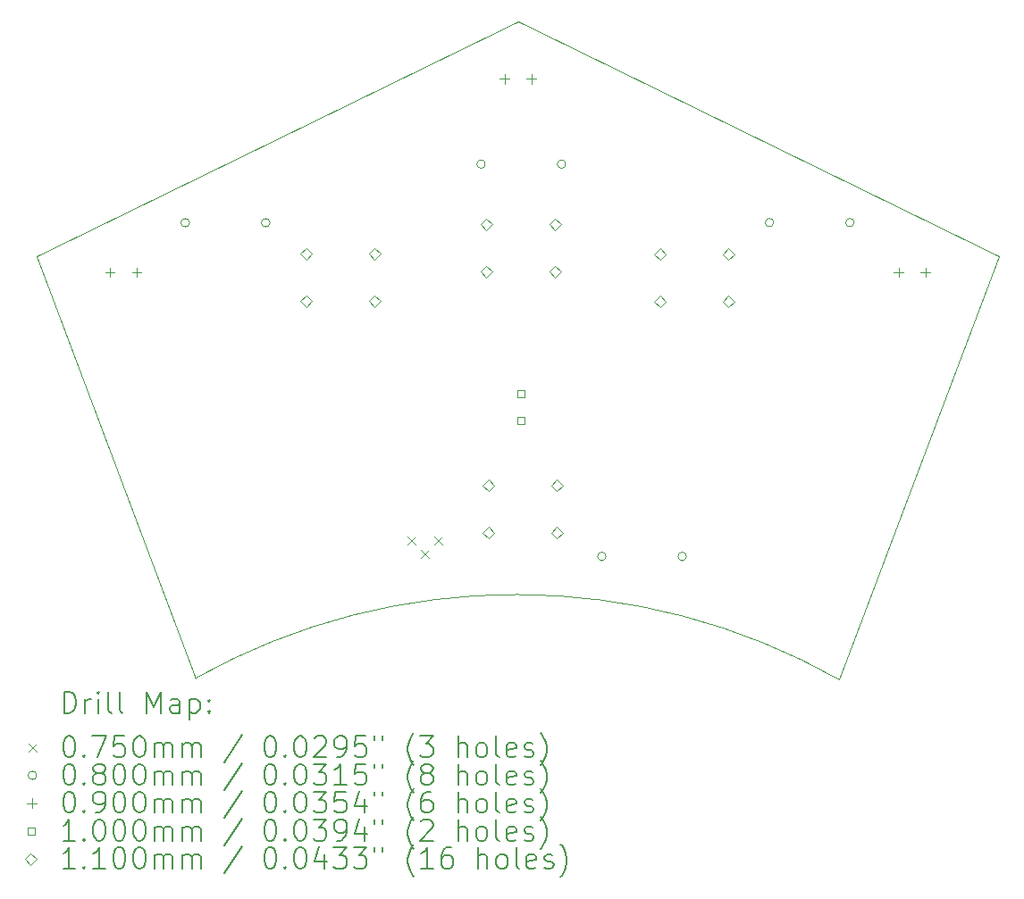
<source format=gbr>
%TF.GenerationSoftware,KiCad,Pcbnew,9.0.2*%
%TF.CreationDate,2025-07-01T12:20:16+05:30*%
%TF.ProjectId,solder,736f6c64-6572-42e6-9b69-6361645f7063,rev?*%
%TF.SameCoordinates,Original*%
%TF.FileFunction,Drillmap*%
%TF.FilePolarity,Positive*%
%FSLAX45Y45*%
G04 Gerber Fmt 4.5, Leading zero omitted, Abs format (unit mm)*
G04 Created by KiCad (PCBNEW 9.0.2) date 2025-07-01 12:20:16*
%MOMM*%
%LPD*%
G01*
G04 APERTURE LIST*
%ADD10C,0.050000*%
%ADD11C,0.200000*%
%ADD12C,0.100000*%
%ADD13C,0.110000*%
G04 APERTURE END LIST*
D10*
X6004000Y-13004000D02*
G75*
G02*
X12105332Y-13019411I3037000J-5418000D01*
G01*
X9060000Y-6780000D02*
X13620000Y-9000000D01*
X13620000Y-9000000D02*
X12105332Y-13019411D01*
X4500000Y-9000000D02*
X6004000Y-13004000D01*
X9060000Y-6780000D02*
X4500000Y-9000000D01*
D11*
D12*
X8013500Y-11660500D02*
X8088500Y-11735500D01*
X8088500Y-11660500D02*
X8013500Y-11735500D01*
X8140500Y-11787500D02*
X8215500Y-11862500D01*
X8215500Y-11787500D02*
X8140500Y-11862500D01*
X8267500Y-11660500D02*
X8342500Y-11735500D01*
X8342500Y-11660500D02*
X8267500Y-11735500D01*
X5946000Y-8685000D02*
G75*
G02*
X5866000Y-8685000I-40000J0D01*
G01*
X5866000Y-8685000D02*
G75*
G02*
X5946000Y-8685000I40000J0D01*
G01*
X6708000Y-8685000D02*
G75*
G02*
X6628000Y-8685000I-40000J0D01*
G01*
X6628000Y-8685000D02*
G75*
G02*
X6708000Y-8685000I40000J0D01*
G01*
X8749000Y-8130000D02*
G75*
G02*
X8669000Y-8130000I-40000J0D01*
G01*
X8669000Y-8130000D02*
G75*
G02*
X8749000Y-8130000I40000J0D01*
G01*
X9511000Y-8130000D02*
G75*
G02*
X9431000Y-8130000I-40000J0D01*
G01*
X9431000Y-8130000D02*
G75*
G02*
X9511000Y-8130000I40000J0D01*
G01*
X9893000Y-11850000D02*
G75*
G02*
X9813000Y-11850000I-40000J0D01*
G01*
X9813000Y-11850000D02*
G75*
G02*
X9893000Y-11850000I40000J0D01*
G01*
X10655000Y-11850000D02*
G75*
G02*
X10575000Y-11850000I-40000J0D01*
G01*
X10575000Y-11850000D02*
G75*
G02*
X10655000Y-11850000I40000J0D01*
G01*
X11482000Y-8684000D02*
G75*
G02*
X11402000Y-8684000I-40000J0D01*
G01*
X11402000Y-8684000D02*
G75*
G02*
X11482000Y-8684000I40000J0D01*
G01*
X12244000Y-8684000D02*
G75*
G02*
X12164000Y-8684000I-40000J0D01*
G01*
X12164000Y-8684000D02*
G75*
G02*
X12244000Y-8684000I40000J0D01*
G01*
X5193000Y-9110000D02*
X5193000Y-9200000D01*
X5148000Y-9155000D02*
X5238000Y-9155000D01*
X5447000Y-9110000D02*
X5447000Y-9200000D01*
X5402000Y-9155000D02*
X5492000Y-9155000D01*
X8932500Y-7275000D02*
X8932500Y-7365000D01*
X8887500Y-7320000D02*
X8977500Y-7320000D01*
X9186500Y-7275000D02*
X9186500Y-7365000D01*
X9141500Y-7320000D02*
X9231500Y-7320000D01*
X12666500Y-9109000D02*
X12666500Y-9199000D01*
X12621500Y-9154000D02*
X12711500Y-9154000D01*
X12920500Y-9109000D02*
X12920500Y-9199000D01*
X12875500Y-9154000D02*
X12965500Y-9154000D01*
X9124356Y-10344356D02*
X9124356Y-10273644D01*
X9053644Y-10273644D01*
X9053644Y-10344356D01*
X9124356Y-10344356D01*
X9124356Y-10598356D02*
X9124356Y-10527644D01*
X9053644Y-10527644D01*
X9053644Y-10598356D01*
X9124356Y-10598356D01*
D13*
X7052000Y-9035000D02*
X7107000Y-8980000D01*
X7052000Y-8925000D01*
X6997000Y-8980000D01*
X7052000Y-9035000D01*
X7052000Y-9485000D02*
X7107000Y-9430000D01*
X7052000Y-9375000D01*
X6997000Y-9430000D01*
X7052000Y-9485000D01*
X7702000Y-9035000D02*
X7757000Y-8980000D01*
X7702000Y-8925000D01*
X7647000Y-8980000D01*
X7702000Y-9035000D01*
X7702000Y-9485000D02*
X7757000Y-9430000D01*
X7702000Y-9375000D01*
X7647000Y-9430000D01*
X7702000Y-9485000D01*
X8760000Y-8755000D02*
X8815000Y-8700000D01*
X8760000Y-8645000D01*
X8705000Y-8700000D01*
X8760000Y-8755000D01*
X8760000Y-9205000D02*
X8815000Y-9150000D01*
X8760000Y-9095000D01*
X8705000Y-9150000D01*
X8760000Y-9205000D01*
X8778000Y-11230000D02*
X8833000Y-11175000D01*
X8778000Y-11120000D01*
X8723000Y-11175000D01*
X8778000Y-11230000D01*
X8778000Y-11680000D02*
X8833000Y-11625000D01*
X8778000Y-11570000D01*
X8723000Y-11625000D01*
X8778000Y-11680000D01*
X9410000Y-8755000D02*
X9465000Y-8700000D01*
X9410000Y-8645000D01*
X9355000Y-8700000D01*
X9410000Y-8755000D01*
X9410000Y-9205000D02*
X9465000Y-9150000D01*
X9410000Y-9095000D01*
X9355000Y-9150000D01*
X9410000Y-9205000D01*
X9428000Y-11230000D02*
X9483000Y-11175000D01*
X9428000Y-11120000D01*
X9373000Y-11175000D01*
X9428000Y-11230000D01*
X9428000Y-11680000D02*
X9483000Y-11625000D01*
X9428000Y-11570000D01*
X9373000Y-11625000D01*
X9428000Y-11680000D01*
X10404000Y-9039000D02*
X10459000Y-8984000D01*
X10404000Y-8929000D01*
X10349000Y-8984000D01*
X10404000Y-9039000D01*
X10404000Y-9489000D02*
X10459000Y-9434000D01*
X10404000Y-9379000D01*
X10349000Y-9434000D01*
X10404000Y-9489000D01*
X11054000Y-9039000D02*
X11109000Y-8984000D01*
X11054000Y-8929000D01*
X10999000Y-8984000D01*
X11054000Y-9039000D01*
X11054000Y-9489000D02*
X11109000Y-9434000D01*
X11054000Y-9379000D01*
X10999000Y-9434000D01*
X11054000Y-9489000D01*
D11*
X4758277Y-13333395D02*
X4758277Y-13133395D01*
X4758277Y-13133395D02*
X4805896Y-13133395D01*
X4805896Y-13133395D02*
X4834467Y-13142919D01*
X4834467Y-13142919D02*
X4853515Y-13161967D01*
X4853515Y-13161967D02*
X4863039Y-13181014D01*
X4863039Y-13181014D02*
X4872563Y-13219109D01*
X4872563Y-13219109D02*
X4872563Y-13247681D01*
X4872563Y-13247681D02*
X4863039Y-13285776D01*
X4863039Y-13285776D02*
X4853515Y-13304824D01*
X4853515Y-13304824D02*
X4834467Y-13323871D01*
X4834467Y-13323871D02*
X4805896Y-13333395D01*
X4805896Y-13333395D02*
X4758277Y-13333395D01*
X4958277Y-13333395D02*
X4958277Y-13200062D01*
X4958277Y-13238157D02*
X4967801Y-13219109D01*
X4967801Y-13219109D02*
X4977324Y-13209586D01*
X4977324Y-13209586D02*
X4996372Y-13200062D01*
X4996372Y-13200062D02*
X5015420Y-13200062D01*
X5082086Y-13333395D02*
X5082086Y-13200062D01*
X5082086Y-13133395D02*
X5072563Y-13142919D01*
X5072563Y-13142919D02*
X5082086Y-13152443D01*
X5082086Y-13152443D02*
X5091610Y-13142919D01*
X5091610Y-13142919D02*
X5082086Y-13133395D01*
X5082086Y-13133395D02*
X5082086Y-13152443D01*
X5205896Y-13333395D02*
X5186848Y-13323871D01*
X5186848Y-13323871D02*
X5177324Y-13304824D01*
X5177324Y-13304824D02*
X5177324Y-13133395D01*
X5310658Y-13333395D02*
X5291610Y-13323871D01*
X5291610Y-13323871D02*
X5282086Y-13304824D01*
X5282086Y-13304824D02*
X5282086Y-13133395D01*
X5539229Y-13333395D02*
X5539229Y-13133395D01*
X5539229Y-13133395D02*
X5605896Y-13276252D01*
X5605896Y-13276252D02*
X5672562Y-13133395D01*
X5672562Y-13133395D02*
X5672562Y-13333395D01*
X5853515Y-13333395D02*
X5853515Y-13228633D01*
X5853515Y-13228633D02*
X5843991Y-13209586D01*
X5843991Y-13209586D02*
X5824943Y-13200062D01*
X5824943Y-13200062D02*
X5786848Y-13200062D01*
X5786848Y-13200062D02*
X5767801Y-13209586D01*
X5853515Y-13323871D02*
X5834467Y-13333395D01*
X5834467Y-13333395D02*
X5786848Y-13333395D01*
X5786848Y-13333395D02*
X5767801Y-13323871D01*
X5767801Y-13323871D02*
X5758277Y-13304824D01*
X5758277Y-13304824D02*
X5758277Y-13285776D01*
X5758277Y-13285776D02*
X5767801Y-13266728D01*
X5767801Y-13266728D02*
X5786848Y-13257205D01*
X5786848Y-13257205D02*
X5834467Y-13257205D01*
X5834467Y-13257205D02*
X5853515Y-13247681D01*
X5948753Y-13200062D02*
X5948753Y-13400062D01*
X5948753Y-13209586D02*
X5967801Y-13200062D01*
X5967801Y-13200062D02*
X6005896Y-13200062D01*
X6005896Y-13200062D02*
X6024943Y-13209586D01*
X6024943Y-13209586D02*
X6034467Y-13219109D01*
X6034467Y-13219109D02*
X6043991Y-13238157D01*
X6043991Y-13238157D02*
X6043991Y-13295300D01*
X6043991Y-13295300D02*
X6034467Y-13314347D01*
X6034467Y-13314347D02*
X6024943Y-13323871D01*
X6024943Y-13323871D02*
X6005896Y-13333395D01*
X6005896Y-13333395D02*
X5967801Y-13333395D01*
X5967801Y-13333395D02*
X5948753Y-13323871D01*
X6129705Y-13314347D02*
X6139229Y-13323871D01*
X6139229Y-13323871D02*
X6129705Y-13333395D01*
X6129705Y-13333395D02*
X6120182Y-13323871D01*
X6120182Y-13323871D02*
X6129705Y-13314347D01*
X6129705Y-13314347D02*
X6129705Y-13333395D01*
X6129705Y-13209586D02*
X6139229Y-13219109D01*
X6139229Y-13219109D02*
X6129705Y-13228633D01*
X6129705Y-13228633D02*
X6120182Y-13219109D01*
X6120182Y-13219109D02*
X6129705Y-13209586D01*
X6129705Y-13209586D02*
X6129705Y-13228633D01*
D12*
X4422500Y-13624411D02*
X4497500Y-13699411D01*
X4497500Y-13624411D02*
X4422500Y-13699411D01*
D11*
X4796372Y-13553395D02*
X4815420Y-13553395D01*
X4815420Y-13553395D02*
X4834467Y-13562919D01*
X4834467Y-13562919D02*
X4843991Y-13572443D01*
X4843991Y-13572443D02*
X4853515Y-13591490D01*
X4853515Y-13591490D02*
X4863039Y-13629586D01*
X4863039Y-13629586D02*
X4863039Y-13677205D01*
X4863039Y-13677205D02*
X4853515Y-13715300D01*
X4853515Y-13715300D02*
X4843991Y-13734347D01*
X4843991Y-13734347D02*
X4834467Y-13743871D01*
X4834467Y-13743871D02*
X4815420Y-13753395D01*
X4815420Y-13753395D02*
X4796372Y-13753395D01*
X4796372Y-13753395D02*
X4777324Y-13743871D01*
X4777324Y-13743871D02*
X4767801Y-13734347D01*
X4767801Y-13734347D02*
X4758277Y-13715300D01*
X4758277Y-13715300D02*
X4748753Y-13677205D01*
X4748753Y-13677205D02*
X4748753Y-13629586D01*
X4748753Y-13629586D02*
X4758277Y-13591490D01*
X4758277Y-13591490D02*
X4767801Y-13572443D01*
X4767801Y-13572443D02*
X4777324Y-13562919D01*
X4777324Y-13562919D02*
X4796372Y-13553395D01*
X4948753Y-13734347D02*
X4958277Y-13743871D01*
X4958277Y-13743871D02*
X4948753Y-13753395D01*
X4948753Y-13753395D02*
X4939229Y-13743871D01*
X4939229Y-13743871D02*
X4948753Y-13734347D01*
X4948753Y-13734347D02*
X4948753Y-13753395D01*
X5024944Y-13553395D02*
X5158277Y-13553395D01*
X5158277Y-13553395D02*
X5072563Y-13753395D01*
X5329705Y-13553395D02*
X5234467Y-13553395D01*
X5234467Y-13553395D02*
X5224944Y-13648633D01*
X5224944Y-13648633D02*
X5234467Y-13639109D01*
X5234467Y-13639109D02*
X5253515Y-13629586D01*
X5253515Y-13629586D02*
X5301134Y-13629586D01*
X5301134Y-13629586D02*
X5320182Y-13639109D01*
X5320182Y-13639109D02*
X5329705Y-13648633D01*
X5329705Y-13648633D02*
X5339229Y-13667681D01*
X5339229Y-13667681D02*
X5339229Y-13715300D01*
X5339229Y-13715300D02*
X5329705Y-13734347D01*
X5329705Y-13734347D02*
X5320182Y-13743871D01*
X5320182Y-13743871D02*
X5301134Y-13753395D01*
X5301134Y-13753395D02*
X5253515Y-13753395D01*
X5253515Y-13753395D02*
X5234467Y-13743871D01*
X5234467Y-13743871D02*
X5224944Y-13734347D01*
X5463039Y-13553395D02*
X5482086Y-13553395D01*
X5482086Y-13553395D02*
X5501134Y-13562919D01*
X5501134Y-13562919D02*
X5510658Y-13572443D01*
X5510658Y-13572443D02*
X5520182Y-13591490D01*
X5520182Y-13591490D02*
X5529705Y-13629586D01*
X5529705Y-13629586D02*
X5529705Y-13677205D01*
X5529705Y-13677205D02*
X5520182Y-13715300D01*
X5520182Y-13715300D02*
X5510658Y-13734347D01*
X5510658Y-13734347D02*
X5501134Y-13743871D01*
X5501134Y-13743871D02*
X5482086Y-13753395D01*
X5482086Y-13753395D02*
X5463039Y-13753395D01*
X5463039Y-13753395D02*
X5443991Y-13743871D01*
X5443991Y-13743871D02*
X5434467Y-13734347D01*
X5434467Y-13734347D02*
X5424944Y-13715300D01*
X5424944Y-13715300D02*
X5415420Y-13677205D01*
X5415420Y-13677205D02*
X5415420Y-13629586D01*
X5415420Y-13629586D02*
X5424944Y-13591490D01*
X5424944Y-13591490D02*
X5434467Y-13572443D01*
X5434467Y-13572443D02*
X5443991Y-13562919D01*
X5443991Y-13562919D02*
X5463039Y-13553395D01*
X5615420Y-13753395D02*
X5615420Y-13620062D01*
X5615420Y-13639109D02*
X5624943Y-13629586D01*
X5624943Y-13629586D02*
X5643991Y-13620062D01*
X5643991Y-13620062D02*
X5672563Y-13620062D01*
X5672563Y-13620062D02*
X5691610Y-13629586D01*
X5691610Y-13629586D02*
X5701134Y-13648633D01*
X5701134Y-13648633D02*
X5701134Y-13753395D01*
X5701134Y-13648633D02*
X5710658Y-13629586D01*
X5710658Y-13629586D02*
X5729705Y-13620062D01*
X5729705Y-13620062D02*
X5758277Y-13620062D01*
X5758277Y-13620062D02*
X5777324Y-13629586D01*
X5777324Y-13629586D02*
X5786848Y-13648633D01*
X5786848Y-13648633D02*
X5786848Y-13753395D01*
X5882086Y-13753395D02*
X5882086Y-13620062D01*
X5882086Y-13639109D02*
X5891610Y-13629586D01*
X5891610Y-13629586D02*
X5910658Y-13620062D01*
X5910658Y-13620062D02*
X5939229Y-13620062D01*
X5939229Y-13620062D02*
X5958277Y-13629586D01*
X5958277Y-13629586D02*
X5967801Y-13648633D01*
X5967801Y-13648633D02*
X5967801Y-13753395D01*
X5967801Y-13648633D02*
X5977324Y-13629586D01*
X5977324Y-13629586D02*
X5996372Y-13620062D01*
X5996372Y-13620062D02*
X6024943Y-13620062D01*
X6024943Y-13620062D02*
X6043991Y-13629586D01*
X6043991Y-13629586D02*
X6053515Y-13648633D01*
X6053515Y-13648633D02*
X6053515Y-13753395D01*
X6443991Y-13543871D02*
X6272563Y-13801014D01*
X6701134Y-13553395D02*
X6720182Y-13553395D01*
X6720182Y-13553395D02*
X6739229Y-13562919D01*
X6739229Y-13562919D02*
X6748753Y-13572443D01*
X6748753Y-13572443D02*
X6758277Y-13591490D01*
X6758277Y-13591490D02*
X6767801Y-13629586D01*
X6767801Y-13629586D02*
X6767801Y-13677205D01*
X6767801Y-13677205D02*
X6758277Y-13715300D01*
X6758277Y-13715300D02*
X6748753Y-13734347D01*
X6748753Y-13734347D02*
X6739229Y-13743871D01*
X6739229Y-13743871D02*
X6720182Y-13753395D01*
X6720182Y-13753395D02*
X6701134Y-13753395D01*
X6701134Y-13753395D02*
X6682086Y-13743871D01*
X6682086Y-13743871D02*
X6672563Y-13734347D01*
X6672563Y-13734347D02*
X6663039Y-13715300D01*
X6663039Y-13715300D02*
X6653515Y-13677205D01*
X6653515Y-13677205D02*
X6653515Y-13629586D01*
X6653515Y-13629586D02*
X6663039Y-13591490D01*
X6663039Y-13591490D02*
X6672563Y-13572443D01*
X6672563Y-13572443D02*
X6682086Y-13562919D01*
X6682086Y-13562919D02*
X6701134Y-13553395D01*
X6853515Y-13734347D02*
X6863039Y-13743871D01*
X6863039Y-13743871D02*
X6853515Y-13753395D01*
X6853515Y-13753395D02*
X6843991Y-13743871D01*
X6843991Y-13743871D02*
X6853515Y-13734347D01*
X6853515Y-13734347D02*
X6853515Y-13753395D01*
X6986848Y-13553395D02*
X7005896Y-13553395D01*
X7005896Y-13553395D02*
X7024944Y-13562919D01*
X7024944Y-13562919D02*
X7034467Y-13572443D01*
X7034467Y-13572443D02*
X7043991Y-13591490D01*
X7043991Y-13591490D02*
X7053515Y-13629586D01*
X7053515Y-13629586D02*
X7053515Y-13677205D01*
X7053515Y-13677205D02*
X7043991Y-13715300D01*
X7043991Y-13715300D02*
X7034467Y-13734347D01*
X7034467Y-13734347D02*
X7024944Y-13743871D01*
X7024944Y-13743871D02*
X7005896Y-13753395D01*
X7005896Y-13753395D02*
X6986848Y-13753395D01*
X6986848Y-13753395D02*
X6967801Y-13743871D01*
X6967801Y-13743871D02*
X6958277Y-13734347D01*
X6958277Y-13734347D02*
X6948753Y-13715300D01*
X6948753Y-13715300D02*
X6939229Y-13677205D01*
X6939229Y-13677205D02*
X6939229Y-13629586D01*
X6939229Y-13629586D02*
X6948753Y-13591490D01*
X6948753Y-13591490D02*
X6958277Y-13572443D01*
X6958277Y-13572443D02*
X6967801Y-13562919D01*
X6967801Y-13562919D02*
X6986848Y-13553395D01*
X7129706Y-13572443D02*
X7139229Y-13562919D01*
X7139229Y-13562919D02*
X7158277Y-13553395D01*
X7158277Y-13553395D02*
X7205896Y-13553395D01*
X7205896Y-13553395D02*
X7224944Y-13562919D01*
X7224944Y-13562919D02*
X7234467Y-13572443D01*
X7234467Y-13572443D02*
X7243991Y-13591490D01*
X7243991Y-13591490D02*
X7243991Y-13610538D01*
X7243991Y-13610538D02*
X7234467Y-13639109D01*
X7234467Y-13639109D02*
X7120182Y-13753395D01*
X7120182Y-13753395D02*
X7243991Y-13753395D01*
X7339229Y-13753395D02*
X7377325Y-13753395D01*
X7377325Y-13753395D02*
X7396372Y-13743871D01*
X7396372Y-13743871D02*
X7405896Y-13734347D01*
X7405896Y-13734347D02*
X7424944Y-13705776D01*
X7424944Y-13705776D02*
X7434467Y-13667681D01*
X7434467Y-13667681D02*
X7434467Y-13591490D01*
X7434467Y-13591490D02*
X7424944Y-13572443D01*
X7424944Y-13572443D02*
X7415420Y-13562919D01*
X7415420Y-13562919D02*
X7396372Y-13553395D01*
X7396372Y-13553395D02*
X7358277Y-13553395D01*
X7358277Y-13553395D02*
X7339229Y-13562919D01*
X7339229Y-13562919D02*
X7329706Y-13572443D01*
X7329706Y-13572443D02*
X7320182Y-13591490D01*
X7320182Y-13591490D02*
X7320182Y-13639109D01*
X7320182Y-13639109D02*
X7329706Y-13658157D01*
X7329706Y-13658157D02*
X7339229Y-13667681D01*
X7339229Y-13667681D02*
X7358277Y-13677205D01*
X7358277Y-13677205D02*
X7396372Y-13677205D01*
X7396372Y-13677205D02*
X7415420Y-13667681D01*
X7415420Y-13667681D02*
X7424944Y-13658157D01*
X7424944Y-13658157D02*
X7434467Y-13639109D01*
X7615420Y-13553395D02*
X7520182Y-13553395D01*
X7520182Y-13553395D02*
X7510658Y-13648633D01*
X7510658Y-13648633D02*
X7520182Y-13639109D01*
X7520182Y-13639109D02*
X7539229Y-13629586D01*
X7539229Y-13629586D02*
X7586848Y-13629586D01*
X7586848Y-13629586D02*
X7605896Y-13639109D01*
X7605896Y-13639109D02*
X7615420Y-13648633D01*
X7615420Y-13648633D02*
X7624944Y-13667681D01*
X7624944Y-13667681D02*
X7624944Y-13715300D01*
X7624944Y-13715300D02*
X7615420Y-13734347D01*
X7615420Y-13734347D02*
X7605896Y-13743871D01*
X7605896Y-13743871D02*
X7586848Y-13753395D01*
X7586848Y-13753395D02*
X7539229Y-13753395D01*
X7539229Y-13753395D02*
X7520182Y-13743871D01*
X7520182Y-13743871D02*
X7510658Y-13734347D01*
X7701134Y-13553395D02*
X7701134Y-13591490D01*
X7777325Y-13553395D02*
X7777325Y-13591490D01*
X8072563Y-13829586D02*
X8063039Y-13820062D01*
X8063039Y-13820062D02*
X8043991Y-13791490D01*
X8043991Y-13791490D02*
X8034468Y-13772443D01*
X8034468Y-13772443D02*
X8024944Y-13743871D01*
X8024944Y-13743871D02*
X8015420Y-13696252D01*
X8015420Y-13696252D02*
X8015420Y-13658157D01*
X8015420Y-13658157D02*
X8024944Y-13610538D01*
X8024944Y-13610538D02*
X8034468Y-13581967D01*
X8034468Y-13581967D02*
X8043991Y-13562919D01*
X8043991Y-13562919D02*
X8063039Y-13534347D01*
X8063039Y-13534347D02*
X8072563Y-13524824D01*
X8129706Y-13553395D02*
X8253515Y-13553395D01*
X8253515Y-13553395D02*
X8186848Y-13629586D01*
X8186848Y-13629586D02*
X8215420Y-13629586D01*
X8215420Y-13629586D02*
X8234468Y-13639109D01*
X8234468Y-13639109D02*
X8243991Y-13648633D01*
X8243991Y-13648633D02*
X8253515Y-13667681D01*
X8253515Y-13667681D02*
X8253515Y-13715300D01*
X8253515Y-13715300D02*
X8243991Y-13734347D01*
X8243991Y-13734347D02*
X8234468Y-13743871D01*
X8234468Y-13743871D02*
X8215420Y-13753395D01*
X8215420Y-13753395D02*
X8158277Y-13753395D01*
X8158277Y-13753395D02*
X8139229Y-13743871D01*
X8139229Y-13743871D02*
X8129706Y-13734347D01*
X8491611Y-13753395D02*
X8491611Y-13553395D01*
X8577325Y-13753395D02*
X8577325Y-13648633D01*
X8577325Y-13648633D02*
X8567801Y-13629586D01*
X8567801Y-13629586D02*
X8548753Y-13620062D01*
X8548753Y-13620062D02*
X8520182Y-13620062D01*
X8520182Y-13620062D02*
X8501134Y-13629586D01*
X8501134Y-13629586D02*
X8491611Y-13639109D01*
X8701134Y-13753395D02*
X8682087Y-13743871D01*
X8682087Y-13743871D02*
X8672563Y-13734347D01*
X8672563Y-13734347D02*
X8663039Y-13715300D01*
X8663039Y-13715300D02*
X8663039Y-13658157D01*
X8663039Y-13658157D02*
X8672563Y-13639109D01*
X8672563Y-13639109D02*
X8682087Y-13629586D01*
X8682087Y-13629586D02*
X8701134Y-13620062D01*
X8701134Y-13620062D02*
X8729706Y-13620062D01*
X8729706Y-13620062D02*
X8748753Y-13629586D01*
X8748753Y-13629586D02*
X8758277Y-13639109D01*
X8758277Y-13639109D02*
X8767801Y-13658157D01*
X8767801Y-13658157D02*
X8767801Y-13715300D01*
X8767801Y-13715300D02*
X8758277Y-13734347D01*
X8758277Y-13734347D02*
X8748753Y-13743871D01*
X8748753Y-13743871D02*
X8729706Y-13753395D01*
X8729706Y-13753395D02*
X8701134Y-13753395D01*
X8882087Y-13753395D02*
X8863039Y-13743871D01*
X8863039Y-13743871D02*
X8853515Y-13724824D01*
X8853515Y-13724824D02*
X8853515Y-13553395D01*
X9034468Y-13743871D02*
X9015420Y-13753395D01*
X9015420Y-13753395D02*
X8977325Y-13753395D01*
X8977325Y-13753395D02*
X8958277Y-13743871D01*
X8958277Y-13743871D02*
X8948753Y-13724824D01*
X8948753Y-13724824D02*
X8948753Y-13648633D01*
X8948753Y-13648633D02*
X8958277Y-13629586D01*
X8958277Y-13629586D02*
X8977325Y-13620062D01*
X8977325Y-13620062D02*
X9015420Y-13620062D01*
X9015420Y-13620062D02*
X9034468Y-13629586D01*
X9034468Y-13629586D02*
X9043992Y-13648633D01*
X9043992Y-13648633D02*
X9043992Y-13667681D01*
X9043992Y-13667681D02*
X8948753Y-13686728D01*
X9120182Y-13743871D02*
X9139230Y-13753395D01*
X9139230Y-13753395D02*
X9177325Y-13753395D01*
X9177325Y-13753395D02*
X9196373Y-13743871D01*
X9196373Y-13743871D02*
X9205896Y-13724824D01*
X9205896Y-13724824D02*
X9205896Y-13715300D01*
X9205896Y-13715300D02*
X9196373Y-13696252D01*
X9196373Y-13696252D02*
X9177325Y-13686728D01*
X9177325Y-13686728D02*
X9148753Y-13686728D01*
X9148753Y-13686728D02*
X9129706Y-13677205D01*
X9129706Y-13677205D02*
X9120182Y-13658157D01*
X9120182Y-13658157D02*
X9120182Y-13648633D01*
X9120182Y-13648633D02*
X9129706Y-13629586D01*
X9129706Y-13629586D02*
X9148753Y-13620062D01*
X9148753Y-13620062D02*
X9177325Y-13620062D01*
X9177325Y-13620062D02*
X9196373Y-13629586D01*
X9272563Y-13829586D02*
X9282087Y-13820062D01*
X9282087Y-13820062D02*
X9301134Y-13791490D01*
X9301134Y-13791490D02*
X9310658Y-13772443D01*
X9310658Y-13772443D02*
X9320182Y-13743871D01*
X9320182Y-13743871D02*
X9329706Y-13696252D01*
X9329706Y-13696252D02*
X9329706Y-13658157D01*
X9329706Y-13658157D02*
X9320182Y-13610538D01*
X9320182Y-13610538D02*
X9310658Y-13581967D01*
X9310658Y-13581967D02*
X9301134Y-13562919D01*
X9301134Y-13562919D02*
X9282087Y-13534347D01*
X9282087Y-13534347D02*
X9272563Y-13524824D01*
D12*
X4497500Y-13925911D02*
G75*
G02*
X4417500Y-13925911I-40000J0D01*
G01*
X4417500Y-13925911D02*
G75*
G02*
X4497500Y-13925911I40000J0D01*
G01*
D11*
X4796372Y-13817395D02*
X4815420Y-13817395D01*
X4815420Y-13817395D02*
X4834467Y-13826919D01*
X4834467Y-13826919D02*
X4843991Y-13836443D01*
X4843991Y-13836443D02*
X4853515Y-13855490D01*
X4853515Y-13855490D02*
X4863039Y-13893586D01*
X4863039Y-13893586D02*
X4863039Y-13941205D01*
X4863039Y-13941205D02*
X4853515Y-13979300D01*
X4853515Y-13979300D02*
X4843991Y-13998347D01*
X4843991Y-13998347D02*
X4834467Y-14007871D01*
X4834467Y-14007871D02*
X4815420Y-14017395D01*
X4815420Y-14017395D02*
X4796372Y-14017395D01*
X4796372Y-14017395D02*
X4777324Y-14007871D01*
X4777324Y-14007871D02*
X4767801Y-13998347D01*
X4767801Y-13998347D02*
X4758277Y-13979300D01*
X4758277Y-13979300D02*
X4748753Y-13941205D01*
X4748753Y-13941205D02*
X4748753Y-13893586D01*
X4748753Y-13893586D02*
X4758277Y-13855490D01*
X4758277Y-13855490D02*
X4767801Y-13836443D01*
X4767801Y-13836443D02*
X4777324Y-13826919D01*
X4777324Y-13826919D02*
X4796372Y-13817395D01*
X4948753Y-13998347D02*
X4958277Y-14007871D01*
X4958277Y-14007871D02*
X4948753Y-14017395D01*
X4948753Y-14017395D02*
X4939229Y-14007871D01*
X4939229Y-14007871D02*
X4948753Y-13998347D01*
X4948753Y-13998347D02*
X4948753Y-14017395D01*
X5072563Y-13903109D02*
X5053515Y-13893586D01*
X5053515Y-13893586D02*
X5043991Y-13884062D01*
X5043991Y-13884062D02*
X5034467Y-13865014D01*
X5034467Y-13865014D02*
X5034467Y-13855490D01*
X5034467Y-13855490D02*
X5043991Y-13836443D01*
X5043991Y-13836443D02*
X5053515Y-13826919D01*
X5053515Y-13826919D02*
X5072563Y-13817395D01*
X5072563Y-13817395D02*
X5110658Y-13817395D01*
X5110658Y-13817395D02*
X5129705Y-13826919D01*
X5129705Y-13826919D02*
X5139229Y-13836443D01*
X5139229Y-13836443D02*
X5148753Y-13855490D01*
X5148753Y-13855490D02*
X5148753Y-13865014D01*
X5148753Y-13865014D02*
X5139229Y-13884062D01*
X5139229Y-13884062D02*
X5129705Y-13893586D01*
X5129705Y-13893586D02*
X5110658Y-13903109D01*
X5110658Y-13903109D02*
X5072563Y-13903109D01*
X5072563Y-13903109D02*
X5053515Y-13912633D01*
X5053515Y-13912633D02*
X5043991Y-13922157D01*
X5043991Y-13922157D02*
X5034467Y-13941205D01*
X5034467Y-13941205D02*
X5034467Y-13979300D01*
X5034467Y-13979300D02*
X5043991Y-13998347D01*
X5043991Y-13998347D02*
X5053515Y-14007871D01*
X5053515Y-14007871D02*
X5072563Y-14017395D01*
X5072563Y-14017395D02*
X5110658Y-14017395D01*
X5110658Y-14017395D02*
X5129705Y-14007871D01*
X5129705Y-14007871D02*
X5139229Y-13998347D01*
X5139229Y-13998347D02*
X5148753Y-13979300D01*
X5148753Y-13979300D02*
X5148753Y-13941205D01*
X5148753Y-13941205D02*
X5139229Y-13922157D01*
X5139229Y-13922157D02*
X5129705Y-13912633D01*
X5129705Y-13912633D02*
X5110658Y-13903109D01*
X5272563Y-13817395D02*
X5291610Y-13817395D01*
X5291610Y-13817395D02*
X5310658Y-13826919D01*
X5310658Y-13826919D02*
X5320182Y-13836443D01*
X5320182Y-13836443D02*
X5329705Y-13855490D01*
X5329705Y-13855490D02*
X5339229Y-13893586D01*
X5339229Y-13893586D02*
X5339229Y-13941205D01*
X5339229Y-13941205D02*
X5329705Y-13979300D01*
X5329705Y-13979300D02*
X5320182Y-13998347D01*
X5320182Y-13998347D02*
X5310658Y-14007871D01*
X5310658Y-14007871D02*
X5291610Y-14017395D01*
X5291610Y-14017395D02*
X5272563Y-14017395D01*
X5272563Y-14017395D02*
X5253515Y-14007871D01*
X5253515Y-14007871D02*
X5243991Y-13998347D01*
X5243991Y-13998347D02*
X5234467Y-13979300D01*
X5234467Y-13979300D02*
X5224944Y-13941205D01*
X5224944Y-13941205D02*
X5224944Y-13893586D01*
X5224944Y-13893586D02*
X5234467Y-13855490D01*
X5234467Y-13855490D02*
X5243991Y-13836443D01*
X5243991Y-13836443D02*
X5253515Y-13826919D01*
X5253515Y-13826919D02*
X5272563Y-13817395D01*
X5463039Y-13817395D02*
X5482086Y-13817395D01*
X5482086Y-13817395D02*
X5501134Y-13826919D01*
X5501134Y-13826919D02*
X5510658Y-13836443D01*
X5510658Y-13836443D02*
X5520182Y-13855490D01*
X5520182Y-13855490D02*
X5529705Y-13893586D01*
X5529705Y-13893586D02*
X5529705Y-13941205D01*
X5529705Y-13941205D02*
X5520182Y-13979300D01*
X5520182Y-13979300D02*
X5510658Y-13998347D01*
X5510658Y-13998347D02*
X5501134Y-14007871D01*
X5501134Y-14007871D02*
X5482086Y-14017395D01*
X5482086Y-14017395D02*
X5463039Y-14017395D01*
X5463039Y-14017395D02*
X5443991Y-14007871D01*
X5443991Y-14007871D02*
X5434467Y-13998347D01*
X5434467Y-13998347D02*
X5424944Y-13979300D01*
X5424944Y-13979300D02*
X5415420Y-13941205D01*
X5415420Y-13941205D02*
X5415420Y-13893586D01*
X5415420Y-13893586D02*
X5424944Y-13855490D01*
X5424944Y-13855490D02*
X5434467Y-13836443D01*
X5434467Y-13836443D02*
X5443991Y-13826919D01*
X5443991Y-13826919D02*
X5463039Y-13817395D01*
X5615420Y-14017395D02*
X5615420Y-13884062D01*
X5615420Y-13903109D02*
X5624943Y-13893586D01*
X5624943Y-13893586D02*
X5643991Y-13884062D01*
X5643991Y-13884062D02*
X5672563Y-13884062D01*
X5672563Y-13884062D02*
X5691610Y-13893586D01*
X5691610Y-13893586D02*
X5701134Y-13912633D01*
X5701134Y-13912633D02*
X5701134Y-14017395D01*
X5701134Y-13912633D02*
X5710658Y-13893586D01*
X5710658Y-13893586D02*
X5729705Y-13884062D01*
X5729705Y-13884062D02*
X5758277Y-13884062D01*
X5758277Y-13884062D02*
X5777324Y-13893586D01*
X5777324Y-13893586D02*
X5786848Y-13912633D01*
X5786848Y-13912633D02*
X5786848Y-14017395D01*
X5882086Y-14017395D02*
X5882086Y-13884062D01*
X5882086Y-13903109D02*
X5891610Y-13893586D01*
X5891610Y-13893586D02*
X5910658Y-13884062D01*
X5910658Y-13884062D02*
X5939229Y-13884062D01*
X5939229Y-13884062D02*
X5958277Y-13893586D01*
X5958277Y-13893586D02*
X5967801Y-13912633D01*
X5967801Y-13912633D02*
X5967801Y-14017395D01*
X5967801Y-13912633D02*
X5977324Y-13893586D01*
X5977324Y-13893586D02*
X5996372Y-13884062D01*
X5996372Y-13884062D02*
X6024943Y-13884062D01*
X6024943Y-13884062D02*
X6043991Y-13893586D01*
X6043991Y-13893586D02*
X6053515Y-13912633D01*
X6053515Y-13912633D02*
X6053515Y-14017395D01*
X6443991Y-13807871D02*
X6272563Y-14065014D01*
X6701134Y-13817395D02*
X6720182Y-13817395D01*
X6720182Y-13817395D02*
X6739229Y-13826919D01*
X6739229Y-13826919D02*
X6748753Y-13836443D01*
X6748753Y-13836443D02*
X6758277Y-13855490D01*
X6758277Y-13855490D02*
X6767801Y-13893586D01*
X6767801Y-13893586D02*
X6767801Y-13941205D01*
X6767801Y-13941205D02*
X6758277Y-13979300D01*
X6758277Y-13979300D02*
X6748753Y-13998347D01*
X6748753Y-13998347D02*
X6739229Y-14007871D01*
X6739229Y-14007871D02*
X6720182Y-14017395D01*
X6720182Y-14017395D02*
X6701134Y-14017395D01*
X6701134Y-14017395D02*
X6682086Y-14007871D01*
X6682086Y-14007871D02*
X6672563Y-13998347D01*
X6672563Y-13998347D02*
X6663039Y-13979300D01*
X6663039Y-13979300D02*
X6653515Y-13941205D01*
X6653515Y-13941205D02*
X6653515Y-13893586D01*
X6653515Y-13893586D02*
X6663039Y-13855490D01*
X6663039Y-13855490D02*
X6672563Y-13836443D01*
X6672563Y-13836443D02*
X6682086Y-13826919D01*
X6682086Y-13826919D02*
X6701134Y-13817395D01*
X6853515Y-13998347D02*
X6863039Y-14007871D01*
X6863039Y-14007871D02*
X6853515Y-14017395D01*
X6853515Y-14017395D02*
X6843991Y-14007871D01*
X6843991Y-14007871D02*
X6853515Y-13998347D01*
X6853515Y-13998347D02*
X6853515Y-14017395D01*
X6986848Y-13817395D02*
X7005896Y-13817395D01*
X7005896Y-13817395D02*
X7024944Y-13826919D01*
X7024944Y-13826919D02*
X7034467Y-13836443D01*
X7034467Y-13836443D02*
X7043991Y-13855490D01*
X7043991Y-13855490D02*
X7053515Y-13893586D01*
X7053515Y-13893586D02*
X7053515Y-13941205D01*
X7053515Y-13941205D02*
X7043991Y-13979300D01*
X7043991Y-13979300D02*
X7034467Y-13998347D01*
X7034467Y-13998347D02*
X7024944Y-14007871D01*
X7024944Y-14007871D02*
X7005896Y-14017395D01*
X7005896Y-14017395D02*
X6986848Y-14017395D01*
X6986848Y-14017395D02*
X6967801Y-14007871D01*
X6967801Y-14007871D02*
X6958277Y-13998347D01*
X6958277Y-13998347D02*
X6948753Y-13979300D01*
X6948753Y-13979300D02*
X6939229Y-13941205D01*
X6939229Y-13941205D02*
X6939229Y-13893586D01*
X6939229Y-13893586D02*
X6948753Y-13855490D01*
X6948753Y-13855490D02*
X6958277Y-13836443D01*
X6958277Y-13836443D02*
X6967801Y-13826919D01*
X6967801Y-13826919D02*
X6986848Y-13817395D01*
X7120182Y-13817395D02*
X7243991Y-13817395D01*
X7243991Y-13817395D02*
X7177325Y-13893586D01*
X7177325Y-13893586D02*
X7205896Y-13893586D01*
X7205896Y-13893586D02*
X7224944Y-13903109D01*
X7224944Y-13903109D02*
X7234467Y-13912633D01*
X7234467Y-13912633D02*
X7243991Y-13931681D01*
X7243991Y-13931681D02*
X7243991Y-13979300D01*
X7243991Y-13979300D02*
X7234467Y-13998347D01*
X7234467Y-13998347D02*
X7224944Y-14007871D01*
X7224944Y-14007871D02*
X7205896Y-14017395D01*
X7205896Y-14017395D02*
X7148753Y-14017395D01*
X7148753Y-14017395D02*
X7129706Y-14007871D01*
X7129706Y-14007871D02*
X7120182Y-13998347D01*
X7434467Y-14017395D02*
X7320182Y-14017395D01*
X7377325Y-14017395D02*
X7377325Y-13817395D01*
X7377325Y-13817395D02*
X7358277Y-13845967D01*
X7358277Y-13845967D02*
X7339229Y-13865014D01*
X7339229Y-13865014D02*
X7320182Y-13874538D01*
X7615420Y-13817395D02*
X7520182Y-13817395D01*
X7520182Y-13817395D02*
X7510658Y-13912633D01*
X7510658Y-13912633D02*
X7520182Y-13903109D01*
X7520182Y-13903109D02*
X7539229Y-13893586D01*
X7539229Y-13893586D02*
X7586848Y-13893586D01*
X7586848Y-13893586D02*
X7605896Y-13903109D01*
X7605896Y-13903109D02*
X7615420Y-13912633D01*
X7615420Y-13912633D02*
X7624944Y-13931681D01*
X7624944Y-13931681D02*
X7624944Y-13979300D01*
X7624944Y-13979300D02*
X7615420Y-13998347D01*
X7615420Y-13998347D02*
X7605896Y-14007871D01*
X7605896Y-14007871D02*
X7586848Y-14017395D01*
X7586848Y-14017395D02*
X7539229Y-14017395D01*
X7539229Y-14017395D02*
X7520182Y-14007871D01*
X7520182Y-14007871D02*
X7510658Y-13998347D01*
X7701134Y-13817395D02*
X7701134Y-13855490D01*
X7777325Y-13817395D02*
X7777325Y-13855490D01*
X8072563Y-14093586D02*
X8063039Y-14084062D01*
X8063039Y-14084062D02*
X8043991Y-14055490D01*
X8043991Y-14055490D02*
X8034468Y-14036443D01*
X8034468Y-14036443D02*
X8024944Y-14007871D01*
X8024944Y-14007871D02*
X8015420Y-13960252D01*
X8015420Y-13960252D02*
X8015420Y-13922157D01*
X8015420Y-13922157D02*
X8024944Y-13874538D01*
X8024944Y-13874538D02*
X8034468Y-13845967D01*
X8034468Y-13845967D02*
X8043991Y-13826919D01*
X8043991Y-13826919D02*
X8063039Y-13798347D01*
X8063039Y-13798347D02*
X8072563Y-13788824D01*
X8177325Y-13903109D02*
X8158277Y-13893586D01*
X8158277Y-13893586D02*
X8148753Y-13884062D01*
X8148753Y-13884062D02*
X8139229Y-13865014D01*
X8139229Y-13865014D02*
X8139229Y-13855490D01*
X8139229Y-13855490D02*
X8148753Y-13836443D01*
X8148753Y-13836443D02*
X8158277Y-13826919D01*
X8158277Y-13826919D02*
X8177325Y-13817395D01*
X8177325Y-13817395D02*
X8215420Y-13817395D01*
X8215420Y-13817395D02*
X8234468Y-13826919D01*
X8234468Y-13826919D02*
X8243991Y-13836443D01*
X8243991Y-13836443D02*
X8253515Y-13855490D01*
X8253515Y-13855490D02*
X8253515Y-13865014D01*
X8253515Y-13865014D02*
X8243991Y-13884062D01*
X8243991Y-13884062D02*
X8234468Y-13893586D01*
X8234468Y-13893586D02*
X8215420Y-13903109D01*
X8215420Y-13903109D02*
X8177325Y-13903109D01*
X8177325Y-13903109D02*
X8158277Y-13912633D01*
X8158277Y-13912633D02*
X8148753Y-13922157D01*
X8148753Y-13922157D02*
X8139229Y-13941205D01*
X8139229Y-13941205D02*
X8139229Y-13979300D01*
X8139229Y-13979300D02*
X8148753Y-13998347D01*
X8148753Y-13998347D02*
X8158277Y-14007871D01*
X8158277Y-14007871D02*
X8177325Y-14017395D01*
X8177325Y-14017395D02*
X8215420Y-14017395D01*
X8215420Y-14017395D02*
X8234468Y-14007871D01*
X8234468Y-14007871D02*
X8243991Y-13998347D01*
X8243991Y-13998347D02*
X8253515Y-13979300D01*
X8253515Y-13979300D02*
X8253515Y-13941205D01*
X8253515Y-13941205D02*
X8243991Y-13922157D01*
X8243991Y-13922157D02*
X8234468Y-13912633D01*
X8234468Y-13912633D02*
X8215420Y-13903109D01*
X8491611Y-14017395D02*
X8491611Y-13817395D01*
X8577325Y-14017395D02*
X8577325Y-13912633D01*
X8577325Y-13912633D02*
X8567801Y-13893586D01*
X8567801Y-13893586D02*
X8548753Y-13884062D01*
X8548753Y-13884062D02*
X8520182Y-13884062D01*
X8520182Y-13884062D02*
X8501134Y-13893586D01*
X8501134Y-13893586D02*
X8491611Y-13903109D01*
X8701134Y-14017395D02*
X8682087Y-14007871D01*
X8682087Y-14007871D02*
X8672563Y-13998347D01*
X8672563Y-13998347D02*
X8663039Y-13979300D01*
X8663039Y-13979300D02*
X8663039Y-13922157D01*
X8663039Y-13922157D02*
X8672563Y-13903109D01*
X8672563Y-13903109D02*
X8682087Y-13893586D01*
X8682087Y-13893586D02*
X8701134Y-13884062D01*
X8701134Y-13884062D02*
X8729706Y-13884062D01*
X8729706Y-13884062D02*
X8748753Y-13893586D01*
X8748753Y-13893586D02*
X8758277Y-13903109D01*
X8758277Y-13903109D02*
X8767801Y-13922157D01*
X8767801Y-13922157D02*
X8767801Y-13979300D01*
X8767801Y-13979300D02*
X8758277Y-13998347D01*
X8758277Y-13998347D02*
X8748753Y-14007871D01*
X8748753Y-14007871D02*
X8729706Y-14017395D01*
X8729706Y-14017395D02*
X8701134Y-14017395D01*
X8882087Y-14017395D02*
X8863039Y-14007871D01*
X8863039Y-14007871D02*
X8853515Y-13988824D01*
X8853515Y-13988824D02*
X8853515Y-13817395D01*
X9034468Y-14007871D02*
X9015420Y-14017395D01*
X9015420Y-14017395D02*
X8977325Y-14017395D01*
X8977325Y-14017395D02*
X8958277Y-14007871D01*
X8958277Y-14007871D02*
X8948753Y-13988824D01*
X8948753Y-13988824D02*
X8948753Y-13912633D01*
X8948753Y-13912633D02*
X8958277Y-13893586D01*
X8958277Y-13893586D02*
X8977325Y-13884062D01*
X8977325Y-13884062D02*
X9015420Y-13884062D01*
X9015420Y-13884062D02*
X9034468Y-13893586D01*
X9034468Y-13893586D02*
X9043992Y-13912633D01*
X9043992Y-13912633D02*
X9043992Y-13931681D01*
X9043992Y-13931681D02*
X8948753Y-13950728D01*
X9120182Y-14007871D02*
X9139230Y-14017395D01*
X9139230Y-14017395D02*
X9177325Y-14017395D01*
X9177325Y-14017395D02*
X9196373Y-14007871D01*
X9196373Y-14007871D02*
X9205896Y-13988824D01*
X9205896Y-13988824D02*
X9205896Y-13979300D01*
X9205896Y-13979300D02*
X9196373Y-13960252D01*
X9196373Y-13960252D02*
X9177325Y-13950728D01*
X9177325Y-13950728D02*
X9148753Y-13950728D01*
X9148753Y-13950728D02*
X9129706Y-13941205D01*
X9129706Y-13941205D02*
X9120182Y-13922157D01*
X9120182Y-13922157D02*
X9120182Y-13912633D01*
X9120182Y-13912633D02*
X9129706Y-13893586D01*
X9129706Y-13893586D02*
X9148753Y-13884062D01*
X9148753Y-13884062D02*
X9177325Y-13884062D01*
X9177325Y-13884062D02*
X9196373Y-13893586D01*
X9272563Y-14093586D02*
X9282087Y-14084062D01*
X9282087Y-14084062D02*
X9301134Y-14055490D01*
X9301134Y-14055490D02*
X9310658Y-14036443D01*
X9310658Y-14036443D02*
X9320182Y-14007871D01*
X9320182Y-14007871D02*
X9329706Y-13960252D01*
X9329706Y-13960252D02*
X9329706Y-13922157D01*
X9329706Y-13922157D02*
X9320182Y-13874538D01*
X9320182Y-13874538D02*
X9310658Y-13845967D01*
X9310658Y-13845967D02*
X9301134Y-13826919D01*
X9301134Y-13826919D02*
X9282087Y-13798347D01*
X9282087Y-13798347D02*
X9272563Y-13788824D01*
D12*
X4452500Y-14144911D02*
X4452500Y-14234911D01*
X4407500Y-14189911D02*
X4497500Y-14189911D01*
D11*
X4796372Y-14081395D02*
X4815420Y-14081395D01*
X4815420Y-14081395D02*
X4834467Y-14090919D01*
X4834467Y-14090919D02*
X4843991Y-14100443D01*
X4843991Y-14100443D02*
X4853515Y-14119490D01*
X4853515Y-14119490D02*
X4863039Y-14157586D01*
X4863039Y-14157586D02*
X4863039Y-14205205D01*
X4863039Y-14205205D02*
X4853515Y-14243300D01*
X4853515Y-14243300D02*
X4843991Y-14262347D01*
X4843991Y-14262347D02*
X4834467Y-14271871D01*
X4834467Y-14271871D02*
X4815420Y-14281395D01*
X4815420Y-14281395D02*
X4796372Y-14281395D01*
X4796372Y-14281395D02*
X4777324Y-14271871D01*
X4777324Y-14271871D02*
X4767801Y-14262347D01*
X4767801Y-14262347D02*
X4758277Y-14243300D01*
X4758277Y-14243300D02*
X4748753Y-14205205D01*
X4748753Y-14205205D02*
X4748753Y-14157586D01*
X4748753Y-14157586D02*
X4758277Y-14119490D01*
X4758277Y-14119490D02*
X4767801Y-14100443D01*
X4767801Y-14100443D02*
X4777324Y-14090919D01*
X4777324Y-14090919D02*
X4796372Y-14081395D01*
X4948753Y-14262347D02*
X4958277Y-14271871D01*
X4958277Y-14271871D02*
X4948753Y-14281395D01*
X4948753Y-14281395D02*
X4939229Y-14271871D01*
X4939229Y-14271871D02*
X4948753Y-14262347D01*
X4948753Y-14262347D02*
X4948753Y-14281395D01*
X5053515Y-14281395D02*
X5091610Y-14281395D01*
X5091610Y-14281395D02*
X5110658Y-14271871D01*
X5110658Y-14271871D02*
X5120182Y-14262347D01*
X5120182Y-14262347D02*
X5139229Y-14233776D01*
X5139229Y-14233776D02*
X5148753Y-14195681D01*
X5148753Y-14195681D02*
X5148753Y-14119490D01*
X5148753Y-14119490D02*
X5139229Y-14100443D01*
X5139229Y-14100443D02*
X5129705Y-14090919D01*
X5129705Y-14090919D02*
X5110658Y-14081395D01*
X5110658Y-14081395D02*
X5072563Y-14081395D01*
X5072563Y-14081395D02*
X5053515Y-14090919D01*
X5053515Y-14090919D02*
X5043991Y-14100443D01*
X5043991Y-14100443D02*
X5034467Y-14119490D01*
X5034467Y-14119490D02*
X5034467Y-14167109D01*
X5034467Y-14167109D02*
X5043991Y-14186157D01*
X5043991Y-14186157D02*
X5053515Y-14195681D01*
X5053515Y-14195681D02*
X5072563Y-14205205D01*
X5072563Y-14205205D02*
X5110658Y-14205205D01*
X5110658Y-14205205D02*
X5129705Y-14195681D01*
X5129705Y-14195681D02*
X5139229Y-14186157D01*
X5139229Y-14186157D02*
X5148753Y-14167109D01*
X5272563Y-14081395D02*
X5291610Y-14081395D01*
X5291610Y-14081395D02*
X5310658Y-14090919D01*
X5310658Y-14090919D02*
X5320182Y-14100443D01*
X5320182Y-14100443D02*
X5329705Y-14119490D01*
X5329705Y-14119490D02*
X5339229Y-14157586D01*
X5339229Y-14157586D02*
X5339229Y-14205205D01*
X5339229Y-14205205D02*
X5329705Y-14243300D01*
X5329705Y-14243300D02*
X5320182Y-14262347D01*
X5320182Y-14262347D02*
X5310658Y-14271871D01*
X5310658Y-14271871D02*
X5291610Y-14281395D01*
X5291610Y-14281395D02*
X5272563Y-14281395D01*
X5272563Y-14281395D02*
X5253515Y-14271871D01*
X5253515Y-14271871D02*
X5243991Y-14262347D01*
X5243991Y-14262347D02*
X5234467Y-14243300D01*
X5234467Y-14243300D02*
X5224944Y-14205205D01*
X5224944Y-14205205D02*
X5224944Y-14157586D01*
X5224944Y-14157586D02*
X5234467Y-14119490D01*
X5234467Y-14119490D02*
X5243991Y-14100443D01*
X5243991Y-14100443D02*
X5253515Y-14090919D01*
X5253515Y-14090919D02*
X5272563Y-14081395D01*
X5463039Y-14081395D02*
X5482086Y-14081395D01*
X5482086Y-14081395D02*
X5501134Y-14090919D01*
X5501134Y-14090919D02*
X5510658Y-14100443D01*
X5510658Y-14100443D02*
X5520182Y-14119490D01*
X5520182Y-14119490D02*
X5529705Y-14157586D01*
X5529705Y-14157586D02*
X5529705Y-14205205D01*
X5529705Y-14205205D02*
X5520182Y-14243300D01*
X5520182Y-14243300D02*
X5510658Y-14262347D01*
X5510658Y-14262347D02*
X5501134Y-14271871D01*
X5501134Y-14271871D02*
X5482086Y-14281395D01*
X5482086Y-14281395D02*
X5463039Y-14281395D01*
X5463039Y-14281395D02*
X5443991Y-14271871D01*
X5443991Y-14271871D02*
X5434467Y-14262347D01*
X5434467Y-14262347D02*
X5424944Y-14243300D01*
X5424944Y-14243300D02*
X5415420Y-14205205D01*
X5415420Y-14205205D02*
X5415420Y-14157586D01*
X5415420Y-14157586D02*
X5424944Y-14119490D01*
X5424944Y-14119490D02*
X5434467Y-14100443D01*
X5434467Y-14100443D02*
X5443991Y-14090919D01*
X5443991Y-14090919D02*
X5463039Y-14081395D01*
X5615420Y-14281395D02*
X5615420Y-14148062D01*
X5615420Y-14167109D02*
X5624943Y-14157586D01*
X5624943Y-14157586D02*
X5643991Y-14148062D01*
X5643991Y-14148062D02*
X5672563Y-14148062D01*
X5672563Y-14148062D02*
X5691610Y-14157586D01*
X5691610Y-14157586D02*
X5701134Y-14176633D01*
X5701134Y-14176633D02*
X5701134Y-14281395D01*
X5701134Y-14176633D02*
X5710658Y-14157586D01*
X5710658Y-14157586D02*
X5729705Y-14148062D01*
X5729705Y-14148062D02*
X5758277Y-14148062D01*
X5758277Y-14148062D02*
X5777324Y-14157586D01*
X5777324Y-14157586D02*
X5786848Y-14176633D01*
X5786848Y-14176633D02*
X5786848Y-14281395D01*
X5882086Y-14281395D02*
X5882086Y-14148062D01*
X5882086Y-14167109D02*
X5891610Y-14157586D01*
X5891610Y-14157586D02*
X5910658Y-14148062D01*
X5910658Y-14148062D02*
X5939229Y-14148062D01*
X5939229Y-14148062D02*
X5958277Y-14157586D01*
X5958277Y-14157586D02*
X5967801Y-14176633D01*
X5967801Y-14176633D02*
X5967801Y-14281395D01*
X5967801Y-14176633D02*
X5977324Y-14157586D01*
X5977324Y-14157586D02*
X5996372Y-14148062D01*
X5996372Y-14148062D02*
X6024943Y-14148062D01*
X6024943Y-14148062D02*
X6043991Y-14157586D01*
X6043991Y-14157586D02*
X6053515Y-14176633D01*
X6053515Y-14176633D02*
X6053515Y-14281395D01*
X6443991Y-14071871D02*
X6272563Y-14329014D01*
X6701134Y-14081395D02*
X6720182Y-14081395D01*
X6720182Y-14081395D02*
X6739229Y-14090919D01*
X6739229Y-14090919D02*
X6748753Y-14100443D01*
X6748753Y-14100443D02*
X6758277Y-14119490D01*
X6758277Y-14119490D02*
X6767801Y-14157586D01*
X6767801Y-14157586D02*
X6767801Y-14205205D01*
X6767801Y-14205205D02*
X6758277Y-14243300D01*
X6758277Y-14243300D02*
X6748753Y-14262347D01*
X6748753Y-14262347D02*
X6739229Y-14271871D01*
X6739229Y-14271871D02*
X6720182Y-14281395D01*
X6720182Y-14281395D02*
X6701134Y-14281395D01*
X6701134Y-14281395D02*
X6682086Y-14271871D01*
X6682086Y-14271871D02*
X6672563Y-14262347D01*
X6672563Y-14262347D02*
X6663039Y-14243300D01*
X6663039Y-14243300D02*
X6653515Y-14205205D01*
X6653515Y-14205205D02*
X6653515Y-14157586D01*
X6653515Y-14157586D02*
X6663039Y-14119490D01*
X6663039Y-14119490D02*
X6672563Y-14100443D01*
X6672563Y-14100443D02*
X6682086Y-14090919D01*
X6682086Y-14090919D02*
X6701134Y-14081395D01*
X6853515Y-14262347D02*
X6863039Y-14271871D01*
X6863039Y-14271871D02*
X6853515Y-14281395D01*
X6853515Y-14281395D02*
X6843991Y-14271871D01*
X6843991Y-14271871D02*
X6853515Y-14262347D01*
X6853515Y-14262347D02*
X6853515Y-14281395D01*
X6986848Y-14081395D02*
X7005896Y-14081395D01*
X7005896Y-14081395D02*
X7024944Y-14090919D01*
X7024944Y-14090919D02*
X7034467Y-14100443D01*
X7034467Y-14100443D02*
X7043991Y-14119490D01*
X7043991Y-14119490D02*
X7053515Y-14157586D01*
X7053515Y-14157586D02*
X7053515Y-14205205D01*
X7053515Y-14205205D02*
X7043991Y-14243300D01*
X7043991Y-14243300D02*
X7034467Y-14262347D01*
X7034467Y-14262347D02*
X7024944Y-14271871D01*
X7024944Y-14271871D02*
X7005896Y-14281395D01*
X7005896Y-14281395D02*
X6986848Y-14281395D01*
X6986848Y-14281395D02*
X6967801Y-14271871D01*
X6967801Y-14271871D02*
X6958277Y-14262347D01*
X6958277Y-14262347D02*
X6948753Y-14243300D01*
X6948753Y-14243300D02*
X6939229Y-14205205D01*
X6939229Y-14205205D02*
X6939229Y-14157586D01*
X6939229Y-14157586D02*
X6948753Y-14119490D01*
X6948753Y-14119490D02*
X6958277Y-14100443D01*
X6958277Y-14100443D02*
X6967801Y-14090919D01*
X6967801Y-14090919D02*
X6986848Y-14081395D01*
X7120182Y-14081395D02*
X7243991Y-14081395D01*
X7243991Y-14081395D02*
X7177325Y-14157586D01*
X7177325Y-14157586D02*
X7205896Y-14157586D01*
X7205896Y-14157586D02*
X7224944Y-14167109D01*
X7224944Y-14167109D02*
X7234467Y-14176633D01*
X7234467Y-14176633D02*
X7243991Y-14195681D01*
X7243991Y-14195681D02*
X7243991Y-14243300D01*
X7243991Y-14243300D02*
X7234467Y-14262347D01*
X7234467Y-14262347D02*
X7224944Y-14271871D01*
X7224944Y-14271871D02*
X7205896Y-14281395D01*
X7205896Y-14281395D02*
X7148753Y-14281395D01*
X7148753Y-14281395D02*
X7129706Y-14271871D01*
X7129706Y-14271871D02*
X7120182Y-14262347D01*
X7424944Y-14081395D02*
X7329706Y-14081395D01*
X7329706Y-14081395D02*
X7320182Y-14176633D01*
X7320182Y-14176633D02*
X7329706Y-14167109D01*
X7329706Y-14167109D02*
X7348753Y-14157586D01*
X7348753Y-14157586D02*
X7396372Y-14157586D01*
X7396372Y-14157586D02*
X7415420Y-14167109D01*
X7415420Y-14167109D02*
X7424944Y-14176633D01*
X7424944Y-14176633D02*
X7434467Y-14195681D01*
X7434467Y-14195681D02*
X7434467Y-14243300D01*
X7434467Y-14243300D02*
X7424944Y-14262347D01*
X7424944Y-14262347D02*
X7415420Y-14271871D01*
X7415420Y-14271871D02*
X7396372Y-14281395D01*
X7396372Y-14281395D02*
X7348753Y-14281395D01*
X7348753Y-14281395D02*
X7329706Y-14271871D01*
X7329706Y-14271871D02*
X7320182Y-14262347D01*
X7605896Y-14148062D02*
X7605896Y-14281395D01*
X7558277Y-14071871D02*
X7510658Y-14214728D01*
X7510658Y-14214728D02*
X7634467Y-14214728D01*
X7701134Y-14081395D02*
X7701134Y-14119490D01*
X7777325Y-14081395D02*
X7777325Y-14119490D01*
X8072563Y-14357586D02*
X8063039Y-14348062D01*
X8063039Y-14348062D02*
X8043991Y-14319490D01*
X8043991Y-14319490D02*
X8034468Y-14300443D01*
X8034468Y-14300443D02*
X8024944Y-14271871D01*
X8024944Y-14271871D02*
X8015420Y-14224252D01*
X8015420Y-14224252D02*
X8015420Y-14186157D01*
X8015420Y-14186157D02*
X8024944Y-14138538D01*
X8024944Y-14138538D02*
X8034468Y-14109967D01*
X8034468Y-14109967D02*
X8043991Y-14090919D01*
X8043991Y-14090919D02*
X8063039Y-14062347D01*
X8063039Y-14062347D02*
X8072563Y-14052824D01*
X8234468Y-14081395D02*
X8196372Y-14081395D01*
X8196372Y-14081395D02*
X8177325Y-14090919D01*
X8177325Y-14090919D02*
X8167801Y-14100443D01*
X8167801Y-14100443D02*
X8148753Y-14129014D01*
X8148753Y-14129014D02*
X8139229Y-14167109D01*
X8139229Y-14167109D02*
X8139229Y-14243300D01*
X8139229Y-14243300D02*
X8148753Y-14262347D01*
X8148753Y-14262347D02*
X8158277Y-14271871D01*
X8158277Y-14271871D02*
X8177325Y-14281395D01*
X8177325Y-14281395D02*
X8215420Y-14281395D01*
X8215420Y-14281395D02*
X8234468Y-14271871D01*
X8234468Y-14271871D02*
X8243991Y-14262347D01*
X8243991Y-14262347D02*
X8253515Y-14243300D01*
X8253515Y-14243300D02*
X8253515Y-14195681D01*
X8253515Y-14195681D02*
X8243991Y-14176633D01*
X8243991Y-14176633D02*
X8234468Y-14167109D01*
X8234468Y-14167109D02*
X8215420Y-14157586D01*
X8215420Y-14157586D02*
X8177325Y-14157586D01*
X8177325Y-14157586D02*
X8158277Y-14167109D01*
X8158277Y-14167109D02*
X8148753Y-14176633D01*
X8148753Y-14176633D02*
X8139229Y-14195681D01*
X8491611Y-14281395D02*
X8491611Y-14081395D01*
X8577325Y-14281395D02*
X8577325Y-14176633D01*
X8577325Y-14176633D02*
X8567801Y-14157586D01*
X8567801Y-14157586D02*
X8548753Y-14148062D01*
X8548753Y-14148062D02*
X8520182Y-14148062D01*
X8520182Y-14148062D02*
X8501134Y-14157586D01*
X8501134Y-14157586D02*
X8491611Y-14167109D01*
X8701134Y-14281395D02*
X8682087Y-14271871D01*
X8682087Y-14271871D02*
X8672563Y-14262347D01*
X8672563Y-14262347D02*
X8663039Y-14243300D01*
X8663039Y-14243300D02*
X8663039Y-14186157D01*
X8663039Y-14186157D02*
X8672563Y-14167109D01*
X8672563Y-14167109D02*
X8682087Y-14157586D01*
X8682087Y-14157586D02*
X8701134Y-14148062D01*
X8701134Y-14148062D02*
X8729706Y-14148062D01*
X8729706Y-14148062D02*
X8748753Y-14157586D01*
X8748753Y-14157586D02*
X8758277Y-14167109D01*
X8758277Y-14167109D02*
X8767801Y-14186157D01*
X8767801Y-14186157D02*
X8767801Y-14243300D01*
X8767801Y-14243300D02*
X8758277Y-14262347D01*
X8758277Y-14262347D02*
X8748753Y-14271871D01*
X8748753Y-14271871D02*
X8729706Y-14281395D01*
X8729706Y-14281395D02*
X8701134Y-14281395D01*
X8882087Y-14281395D02*
X8863039Y-14271871D01*
X8863039Y-14271871D02*
X8853515Y-14252824D01*
X8853515Y-14252824D02*
X8853515Y-14081395D01*
X9034468Y-14271871D02*
X9015420Y-14281395D01*
X9015420Y-14281395D02*
X8977325Y-14281395D01*
X8977325Y-14281395D02*
X8958277Y-14271871D01*
X8958277Y-14271871D02*
X8948753Y-14252824D01*
X8948753Y-14252824D02*
X8948753Y-14176633D01*
X8948753Y-14176633D02*
X8958277Y-14157586D01*
X8958277Y-14157586D02*
X8977325Y-14148062D01*
X8977325Y-14148062D02*
X9015420Y-14148062D01*
X9015420Y-14148062D02*
X9034468Y-14157586D01*
X9034468Y-14157586D02*
X9043992Y-14176633D01*
X9043992Y-14176633D02*
X9043992Y-14195681D01*
X9043992Y-14195681D02*
X8948753Y-14214728D01*
X9120182Y-14271871D02*
X9139230Y-14281395D01*
X9139230Y-14281395D02*
X9177325Y-14281395D01*
X9177325Y-14281395D02*
X9196373Y-14271871D01*
X9196373Y-14271871D02*
X9205896Y-14252824D01*
X9205896Y-14252824D02*
X9205896Y-14243300D01*
X9205896Y-14243300D02*
X9196373Y-14224252D01*
X9196373Y-14224252D02*
X9177325Y-14214728D01*
X9177325Y-14214728D02*
X9148753Y-14214728D01*
X9148753Y-14214728D02*
X9129706Y-14205205D01*
X9129706Y-14205205D02*
X9120182Y-14186157D01*
X9120182Y-14186157D02*
X9120182Y-14176633D01*
X9120182Y-14176633D02*
X9129706Y-14157586D01*
X9129706Y-14157586D02*
X9148753Y-14148062D01*
X9148753Y-14148062D02*
X9177325Y-14148062D01*
X9177325Y-14148062D02*
X9196373Y-14157586D01*
X9272563Y-14357586D02*
X9282087Y-14348062D01*
X9282087Y-14348062D02*
X9301134Y-14319490D01*
X9301134Y-14319490D02*
X9310658Y-14300443D01*
X9310658Y-14300443D02*
X9320182Y-14271871D01*
X9320182Y-14271871D02*
X9329706Y-14224252D01*
X9329706Y-14224252D02*
X9329706Y-14186157D01*
X9329706Y-14186157D02*
X9320182Y-14138538D01*
X9320182Y-14138538D02*
X9310658Y-14109967D01*
X9310658Y-14109967D02*
X9301134Y-14090919D01*
X9301134Y-14090919D02*
X9282087Y-14062347D01*
X9282087Y-14062347D02*
X9272563Y-14052824D01*
D12*
X4482856Y-14489267D02*
X4482856Y-14418556D01*
X4412144Y-14418556D01*
X4412144Y-14489267D01*
X4482856Y-14489267D01*
D11*
X4863039Y-14545395D02*
X4748753Y-14545395D01*
X4805896Y-14545395D02*
X4805896Y-14345395D01*
X4805896Y-14345395D02*
X4786848Y-14373967D01*
X4786848Y-14373967D02*
X4767801Y-14393014D01*
X4767801Y-14393014D02*
X4748753Y-14402538D01*
X4948753Y-14526347D02*
X4958277Y-14535871D01*
X4958277Y-14535871D02*
X4948753Y-14545395D01*
X4948753Y-14545395D02*
X4939229Y-14535871D01*
X4939229Y-14535871D02*
X4948753Y-14526347D01*
X4948753Y-14526347D02*
X4948753Y-14545395D01*
X5082086Y-14345395D02*
X5101134Y-14345395D01*
X5101134Y-14345395D02*
X5120182Y-14354919D01*
X5120182Y-14354919D02*
X5129705Y-14364443D01*
X5129705Y-14364443D02*
X5139229Y-14383490D01*
X5139229Y-14383490D02*
X5148753Y-14421586D01*
X5148753Y-14421586D02*
X5148753Y-14469205D01*
X5148753Y-14469205D02*
X5139229Y-14507300D01*
X5139229Y-14507300D02*
X5129705Y-14526347D01*
X5129705Y-14526347D02*
X5120182Y-14535871D01*
X5120182Y-14535871D02*
X5101134Y-14545395D01*
X5101134Y-14545395D02*
X5082086Y-14545395D01*
X5082086Y-14545395D02*
X5063039Y-14535871D01*
X5063039Y-14535871D02*
X5053515Y-14526347D01*
X5053515Y-14526347D02*
X5043991Y-14507300D01*
X5043991Y-14507300D02*
X5034467Y-14469205D01*
X5034467Y-14469205D02*
X5034467Y-14421586D01*
X5034467Y-14421586D02*
X5043991Y-14383490D01*
X5043991Y-14383490D02*
X5053515Y-14364443D01*
X5053515Y-14364443D02*
X5063039Y-14354919D01*
X5063039Y-14354919D02*
X5082086Y-14345395D01*
X5272563Y-14345395D02*
X5291610Y-14345395D01*
X5291610Y-14345395D02*
X5310658Y-14354919D01*
X5310658Y-14354919D02*
X5320182Y-14364443D01*
X5320182Y-14364443D02*
X5329705Y-14383490D01*
X5329705Y-14383490D02*
X5339229Y-14421586D01*
X5339229Y-14421586D02*
X5339229Y-14469205D01*
X5339229Y-14469205D02*
X5329705Y-14507300D01*
X5329705Y-14507300D02*
X5320182Y-14526347D01*
X5320182Y-14526347D02*
X5310658Y-14535871D01*
X5310658Y-14535871D02*
X5291610Y-14545395D01*
X5291610Y-14545395D02*
X5272563Y-14545395D01*
X5272563Y-14545395D02*
X5253515Y-14535871D01*
X5253515Y-14535871D02*
X5243991Y-14526347D01*
X5243991Y-14526347D02*
X5234467Y-14507300D01*
X5234467Y-14507300D02*
X5224944Y-14469205D01*
X5224944Y-14469205D02*
X5224944Y-14421586D01*
X5224944Y-14421586D02*
X5234467Y-14383490D01*
X5234467Y-14383490D02*
X5243991Y-14364443D01*
X5243991Y-14364443D02*
X5253515Y-14354919D01*
X5253515Y-14354919D02*
X5272563Y-14345395D01*
X5463039Y-14345395D02*
X5482086Y-14345395D01*
X5482086Y-14345395D02*
X5501134Y-14354919D01*
X5501134Y-14354919D02*
X5510658Y-14364443D01*
X5510658Y-14364443D02*
X5520182Y-14383490D01*
X5520182Y-14383490D02*
X5529705Y-14421586D01*
X5529705Y-14421586D02*
X5529705Y-14469205D01*
X5529705Y-14469205D02*
X5520182Y-14507300D01*
X5520182Y-14507300D02*
X5510658Y-14526347D01*
X5510658Y-14526347D02*
X5501134Y-14535871D01*
X5501134Y-14535871D02*
X5482086Y-14545395D01*
X5482086Y-14545395D02*
X5463039Y-14545395D01*
X5463039Y-14545395D02*
X5443991Y-14535871D01*
X5443991Y-14535871D02*
X5434467Y-14526347D01*
X5434467Y-14526347D02*
X5424944Y-14507300D01*
X5424944Y-14507300D02*
X5415420Y-14469205D01*
X5415420Y-14469205D02*
X5415420Y-14421586D01*
X5415420Y-14421586D02*
X5424944Y-14383490D01*
X5424944Y-14383490D02*
X5434467Y-14364443D01*
X5434467Y-14364443D02*
X5443991Y-14354919D01*
X5443991Y-14354919D02*
X5463039Y-14345395D01*
X5615420Y-14545395D02*
X5615420Y-14412062D01*
X5615420Y-14431109D02*
X5624943Y-14421586D01*
X5624943Y-14421586D02*
X5643991Y-14412062D01*
X5643991Y-14412062D02*
X5672563Y-14412062D01*
X5672563Y-14412062D02*
X5691610Y-14421586D01*
X5691610Y-14421586D02*
X5701134Y-14440633D01*
X5701134Y-14440633D02*
X5701134Y-14545395D01*
X5701134Y-14440633D02*
X5710658Y-14421586D01*
X5710658Y-14421586D02*
X5729705Y-14412062D01*
X5729705Y-14412062D02*
X5758277Y-14412062D01*
X5758277Y-14412062D02*
X5777324Y-14421586D01*
X5777324Y-14421586D02*
X5786848Y-14440633D01*
X5786848Y-14440633D02*
X5786848Y-14545395D01*
X5882086Y-14545395D02*
X5882086Y-14412062D01*
X5882086Y-14431109D02*
X5891610Y-14421586D01*
X5891610Y-14421586D02*
X5910658Y-14412062D01*
X5910658Y-14412062D02*
X5939229Y-14412062D01*
X5939229Y-14412062D02*
X5958277Y-14421586D01*
X5958277Y-14421586D02*
X5967801Y-14440633D01*
X5967801Y-14440633D02*
X5967801Y-14545395D01*
X5967801Y-14440633D02*
X5977324Y-14421586D01*
X5977324Y-14421586D02*
X5996372Y-14412062D01*
X5996372Y-14412062D02*
X6024943Y-14412062D01*
X6024943Y-14412062D02*
X6043991Y-14421586D01*
X6043991Y-14421586D02*
X6053515Y-14440633D01*
X6053515Y-14440633D02*
X6053515Y-14545395D01*
X6443991Y-14335871D02*
X6272563Y-14593014D01*
X6701134Y-14345395D02*
X6720182Y-14345395D01*
X6720182Y-14345395D02*
X6739229Y-14354919D01*
X6739229Y-14354919D02*
X6748753Y-14364443D01*
X6748753Y-14364443D02*
X6758277Y-14383490D01*
X6758277Y-14383490D02*
X6767801Y-14421586D01*
X6767801Y-14421586D02*
X6767801Y-14469205D01*
X6767801Y-14469205D02*
X6758277Y-14507300D01*
X6758277Y-14507300D02*
X6748753Y-14526347D01*
X6748753Y-14526347D02*
X6739229Y-14535871D01*
X6739229Y-14535871D02*
X6720182Y-14545395D01*
X6720182Y-14545395D02*
X6701134Y-14545395D01*
X6701134Y-14545395D02*
X6682086Y-14535871D01*
X6682086Y-14535871D02*
X6672563Y-14526347D01*
X6672563Y-14526347D02*
X6663039Y-14507300D01*
X6663039Y-14507300D02*
X6653515Y-14469205D01*
X6653515Y-14469205D02*
X6653515Y-14421586D01*
X6653515Y-14421586D02*
X6663039Y-14383490D01*
X6663039Y-14383490D02*
X6672563Y-14364443D01*
X6672563Y-14364443D02*
X6682086Y-14354919D01*
X6682086Y-14354919D02*
X6701134Y-14345395D01*
X6853515Y-14526347D02*
X6863039Y-14535871D01*
X6863039Y-14535871D02*
X6853515Y-14545395D01*
X6853515Y-14545395D02*
X6843991Y-14535871D01*
X6843991Y-14535871D02*
X6853515Y-14526347D01*
X6853515Y-14526347D02*
X6853515Y-14545395D01*
X6986848Y-14345395D02*
X7005896Y-14345395D01*
X7005896Y-14345395D02*
X7024944Y-14354919D01*
X7024944Y-14354919D02*
X7034467Y-14364443D01*
X7034467Y-14364443D02*
X7043991Y-14383490D01*
X7043991Y-14383490D02*
X7053515Y-14421586D01*
X7053515Y-14421586D02*
X7053515Y-14469205D01*
X7053515Y-14469205D02*
X7043991Y-14507300D01*
X7043991Y-14507300D02*
X7034467Y-14526347D01*
X7034467Y-14526347D02*
X7024944Y-14535871D01*
X7024944Y-14535871D02*
X7005896Y-14545395D01*
X7005896Y-14545395D02*
X6986848Y-14545395D01*
X6986848Y-14545395D02*
X6967801Y-14535871D01*
X6967801Y-14535871D02*
X6958277Y-14526347D01*
X6958277Y-14526347D02*
X6948753Y-14507300D01*
X6948753Y-14507300D02*
X6939229Y-14469205D01*
X6939229Y-14469205D02*
X6939229Y-14421586D01*
X6939229Y-14421586D02*
X6948753Y-14383490D01*
X6948753Y-14383490D02*
X6958277Y-14364443D01*
X6958277Y-14364443D02*
X6967801Y-14354919D01*
X6967801Y-14354919D02*
X6986848Y-14345395D01*
X7120182Y-14345395D02*
X7243991Y-14345395D01*
X7243991Y-14345395D02*
X7177325Y-14421586D01*
X7177325Y-14421586D02*
X7205896Y-14421586D01*
X7205896Y-14421586D02*
X7224944Y-14431109D01*
X7224944Y-14431109D02*
X7234467Y-14440633D01*
X7234467Y-14440633D02*
X7243991Y-14459681D01*
X7243991Y-14459681D02*
X7243991Y-14507300D01*
X7243991Y-14507300D02*
X7234467Y-14526347D01*
X7234467Y-14526347D02*
X7224944Y-14535871D01*
X7224944Y-14535871D02*
X7205896Y-14545395D01*
X7205896Y-14545395D02*
X7148753Y-14545395D01*
X7148753Y-14545395D02*
X7129706Y-14535871D01*
X7129706Y-14535871D02*
X7120182Y-14526347D01*
X7339229Y-14545395D02*
X7377325Y-14545395D01*
X7377325Y-14545395D02*
X7396372Y-14535871D01*
X7396372Y-14535871D02*
X7405896Y-14526347D01*
X7405896Y-14526347D02*
X7424944Y-14497776D01*
X7424944Y-14497776D02*
X7434467Y-14459681D01*
X7434467Y-14459681D02*
X7434467Y-14383490D01*
X7434467Y-14383490D02*
X7424944Y-14364443D01*
X7424944Y-14364443D02*
X7415420Y-14354919D01*
X7415420Y-14354919D02*
X7396372Y-14345395D01*
X7396372Y-14345395D02*
X7358277Y-14345395D01*
X7358277Y-14345395D02*
X7339229Y-14354919D01*
X7339229Y-14354919D02*
X7329706Y-14364443D01*
X7329706Y-14364443D02*
X7320182Y-14383490D01*
X7320182Y-14383490D02*
X7320182Y-14431109D01*
X7320182Y-14431109D02*
X7329706Y-14450157D01*
X7329706Y-14450157D02*
X7339229Y-14459681D01*
X7339229Y-14459681D02*
X7358277Y-14469205D01*
X7358277Y-14469205D02*
X7396372Y-14469205D01*
X7396372Y-14469205D02*
X7415420Y-14459681D01*
X7415420Y-14459681D02*
X7424944Y-14450157D01*
X7424944Y-14450157D02*
X7434467Y-14431109D01*
X7605896Y-14412062D02*
X7605896Y-14545395D01*
X7558277Y-14335871D02*
X7510658Y-14478728D01*
X7510658Y-14478728D02*
X7634467Y-14478728D01*
X7701134Y-14345395D02*
X7701134Y-14383490D01*
X7777325Y-14345395D02*
X7777325Y-14383490D01*
X8072563Y-14621586D02*
X8063039Y-14612062D01*
X8063039Y-14612062D02*
X8043991Y-14583490D01*
X8043991Y-14583490D02*
X8034468Y-14564443D01*
X8034468Y-14564443D02*
X8024944Y-14535871D01*
X8024944Y-14535871D02*
X8015420Y-14488252D01*
X8015420Y-14488252D02*
X8015420Y-14450157D01*
X8015420Y-14450157D02*
X8024944Y-14402538D01*
X8024944Y-14402538D02*
X8034468Y-14373967D01*
X8034468Y-14373967D02*
X8043991Y-14354919D01*
X8043991Y-14354919D02*
X8063039Y-14326347D01*
X8063039Y-14326347D02*
X8072563Y-14316824D01*
X8139229Y-14364443D02*
X8148753Y-14354919D01*
X8148753Y-14354919D02*
X8167801Y-14345395D01*
X8167801Y-14345395D02*
X8215420Y-14345395D01*
X8215420Y-14345395D02*
X8234468Y-14354919D01*
X8234468Y-14354919D02*
X8243991Y-14364443D01*
X8243991Y-14364443D02*
X8253515Y-14383490D01*
X8253515Y-14383490D02*
X8253515Y-14402538D01*
X8253515Y-14402538D02*
X8243991Y-14431109D01*
X8243991Y-14431109D02*
X8129706Y-14545395D01*
X8129706Y-14545395D02*
X8253515Y-14545395D01*
X8491611Y-14545395D02*
X8491611Y-14345395D01*
X8577325Y-14545395D02*
X8577325Y-14440633D01*
X8577325Y-14440633D02*
X8567801Y-14421586D01*
X8567801Y-14421586D02*
X8548753Y-14412062D01*
X8548753Y-14412062D02*
X8520182Y-14412062D01*
X8520182Y-14412062D02*
X8501134Y-14421586D01*
X8501134Y-14421586D02*
X8491611Y-14431109D01*
X8701134Y-14545395D02*
X8682087Y-14535871D01*
X8682087Y-14535871D02*
X8672563Y-14526347D01*
X8672563Y-14526347D02*
X8663039Y-14507300D01*
X8663039Y-14507300D02*
X8663039Y-14450157D01*
X8663039Y-14450157D02*
X8672563Y-14431109D01*
X8672563Y-14431109D02*
X8682087Y-14421586D01*
X8682087Y-14421586D02*
X8701134Y-14412062D01*
X8701134Y-14412062D02*
X8729706Y-14412062D01*
X8729706Y-14412062D02*
X8748753Y-14421586D01*
X8748753Y-14421586D02*
X8758277Y-14431109D01*
X8758277Y-14431109D02*
X8767801Y-14450157D01*
X8767801Y-14450157D02*
X8767801Y-14507300D01*
X8767801Y-14507300D02*
X8758277Y-14526347D01*
X8758277Y-14526347D02*
X8748753Y-14535871D01*
X8748753Y-14535871D02*
X8729706Y-14545395D01*
X8729706Y-14545395D02*
X8701134Y-14545395D01*
X8882087Y-14545395D02*
X8863039Y-14535871D01*
X8863039Y-14535871D02*
X8853515Y-14516824D01*
X8853515Y-14516824D02*
X8853515Y-14345395D01*
X9034468Y-14535871D02*
X9015420Y-14545395D01*
X9015420Y-14545395D02*
X8977325Y-14545395D01*
X8977325Y-14545395D02*
X8958277Y-14535871D01*
X8958277Y-14535871D02*
X8948753Y-14516824D01*
X8948753Y-14516824D02*
X8948753Y-14440633D01*
X8948753Y-14440633D02*
X8958277Y-14421586D01*
X8958277Y-14421586D02*
X8977325Y-14412062D01*
X8977325Y-14412062D02*
X9015420Y-14412062D01*
X9015420Y-14412062D02*
X9034468Y-14421586D01*
X9034468Y-14421586D02*
X9043992Y-14440633D01*
X9043992Y-14440633D02*
X9043992Y-14459681D01*
X9043992Y-14459681D02*
X8948753Y-14478728D01*
X9120182Y-14535871D02*
X9139230Y-14545395D01*
X9139230Y-14545395D02*
X9177325Y-14545395D01*
X9177325Y-14545395D02*
X9196373Y-14535871D01*
X9196373Y-14535871D02*
X9205896Y-14516824D01*
X9205896Y-14516824D02*
X9205896Y-14507300D01*
X9205896Y-14507300D02*
X9196373Y-14488252D01*
X9196373Y-14488252D02*
X9177325Y-14478728D01*
X9177325Y-14478728D02*
X9148753Y-14478728D01*
X9148753Y-14478728D02*
X9129706Y-14469205D01*
X9129706Y-14469205D02*
X9120182Y-14450157D01*
X9120182Y-14450157D02*
X9120182Y-14440633D01*
X9120182Y-14440633D02*
X9129706Y-14421586D01*
X9129706Y-14421586D02*
X9148753Y-14412062D01*
X9148753Y-14412062D02*
X9177325Y-14412062D01*
X9177325Y-14412062D02*
X9196373Y-14421586D01*
X9272563Y-14621586D02*
X9282087Y-14612062D01*
X9282087Y-14612062D02*
X9301134Y-14583490D01*
X9301134Y-14583490D02*
X9310658Y-14564443D01*
X9310658Y-14564443D02*
X9320182Y-14535871D01*
X9320182Y-14535871D02*
X9329706Y-14488252D01*
X9329706Y-14488252D02*
X9329706Y-14450157D01*
X9329706Y-14450157D02*
X9320182Y-14402538D01*
X9320182Y-14402538D02*
X9310658Y-14373967D01*
X9310658Y-14373967D02*
X9301134Y-14354919D01*
X9301134Y-14354919D02*
X9282087Y-14326347D01*
X9282087Y-14326347D02*
X9272563Y-14316824D01*
D13*
X4442500Y-14772911D02*
X4497500Y-14717911D01*
X4442500Y-14662911D01*
X4387500Y-14717911D01*
X4442500Y-14772911D01*
D11*
X4863039Y-14809395D02*
X4748753Y-14809395D01*
X4805896Y-14809395D02*
X4805896Y-14609395D01*
X4805896Y-14609395D02*
X4786848Y-14637967D01*
X4786848Y-14637967D02*
X4767801Y-14657014D01*
X4767801Y-14657014D02*
X4748753Y-14666538D01*
X4948753Y-14790347D02*
X4958277Y-14799871D01*
X4958277Y-14799871D02*
X4948753Y-14809395D01*
X4948753Y-14809395D02*
X4939229Y-14799871D01*
X4939229Y-14799871D02*
X4948753Y-14790347D01*
X4948753Y-14790347D02*
X4948753Y-14809395D01*
X5148753Y-14809395D02*
X5034467Y-14809395D01*
X5091610Y-14809395D02*
X5091610Y-14609395D01*
X5091610Y-14609395D02*
X5072563Y-14637967D01*
X5072563Y-14637967D02*
X5053515Y-14657014D01*
X5053515Y-14657014D02*
X5034467Y-14666538D01*
X5272563Y-14609395D02*
X5291610Y-14609395D01*
X5291610Y-14609395D02*
X5310658Y-14618919D01*
X5310658Y-14618919D02*
X5320182Y-14628443D01*
X5320182Y-14628443D02*
X5329705Y-14647490D01*
X5329705Y-14647490D02*
X5339229Y-14685586D01*
X5339229Y-14685586D02*
X5339229Y-14733205D01*
X5339229Y-14733205D02*
X5329705Y-14771300D01*
X5329705Y-14771300D02*
X5320182Y-14790347D01*
X5320182Y-14790347D02*
X5310658Y-14799871D01*
X5310658Y-14799871D02*
X5291610Y-14809395D01*
X5291610Y-14809395D02*
X5272563Y-14809395D01*
X5272563Y-14809395D02*
X5253515Y-14799871D01*
X5253515Y-14799871D02*
X5243991Y-14790347D01*
X5243991Y-14790347D02*
X5234467Y-14771300D01*
X5234467Y-14771300D02*
X5224944Y-14733205D01*
X5224944Y-14733205D02*
X5224944Y-14685586D01*
X5224944Y-14685586D02*
X5234467Y-14647490D01*
X5234467Y-14647490D02*
X5243991Y-14628443D01*
X5243991Y-14628443D02*
X5253515Y-14618919D01*
X5253515Y-14618919D02*
X5272563Y-14609395D01*
X5463039Y-14609395D02*
X5482086Y-14609395D01*
X5482086Y-14609395D02*
X5501134Y-14618919D01*
X5501134Y-14618919D02*
X5510658Y-14628443D01*
X5510658Y-14628443D02*
X5520182Y-14647490D01*
X5520182Y-14647490D02*
X5529705Y-14685586D01*
X5529705Y-14685586D02*
X5529705Y-14733205D01*
X5529705Y-14733205D02*
X5520182Y-14771300D01*
X5520182Y-14771300D02*
X5510658Y-14790347D01*
X5510658Y-14790347D02*
X5501134Y-14799871D01*
X5501134Y-14799871D02*
X5482086Y-14809395D01*
X5482086Y-14809395D02*
X5463039Y-14809395D01*
X5463039Y-14809395D02*
X5443991Y-14799871D01*
X5443991Y-14799871D02*
X5434467Y-14790347D01*
X5434467Y-14790347D02*
X5424944Y-14771300D01*
X5424944Y-14771300D02*
X5415420Y-14733205D01*
X5415420Y-14733205D02*
X5415420Y-14685586D01*
X5415420Y-14685586D02*
X5424944Y-14647490D01*
X5424944Y-14647490D02*
X5434467Y-14628443D01*
X5434467Y-14628443D02*
X5443991Y-14618919D01*
X5443991Y-14618919D02*
X5463039Y-14609395D01*
X5615420Y-14809395D02*
X5615420Y-14676062D01*
X5615420Y-14695109D02*
X5624943Y-14685586D01*
X5624943Y-14685586D02*
X5643991Y-14676062D01*
X5643991Y-14676062D02*
X5672563Y-14676062D01*
X5672563Y-14676062D02*
X5691610Y-14685586D01*
X5691610Y-14685586D02*
X5701134Y-14704633D01*
X5701134Y-14704633D02*
X5701134Y-14809395D01*
X5701134Y-14704633D02*
X5710658Y-14685586D01*
X5710658Y-14685586D02*
X5729705Y-14676062D01*
X5729705Y-14676062D02*
X5758277Y-14676062D01*
X5758277Y-14676062D02*
X5777324Y-14685586D01*
X5777324Y-14685586D02*
X5786848Y-14704633D01*
X5786848Y-14704633D02*
X5786848Y-14809395D01*
X5882086Y-14809395D02*
X5882086Y-14676062D01*
X5882086Y-14695109D02*
X5891610Y-14685586D01*
X5891610Y-14685586D02*
X5910658Y-14676062D01*
X5910658Y-14676062D02*
X5939229Y-14676062D01*
X5939229Y-14676062D02*
X5958277Y-14685586D01*
X5958277Y-14685586D02*
X5967801Y-14704633D01*
X5967801Y-14704633D02*
X5967801Y-14809395D01*
X5967801Y-14704633D02*
X5977324Y-14685586D01*
X5977324Y-14685586D02*
X5996372Y-14676062D01*
X5996372Y-14676062D02*
X6024943Y-14676062D01*
X6024943Y-14676062D02*
X6043991Y-14685586D01*
X6043991Y-14685586D02*
X6053515Y-14704633D01*
X6053515Y-14704633D02*
X6053515Y-14809395D01*
X6443991Y-14599871D02*
X6272563Y-14857014D01*
X6701134Y-14609395D02*
X6720182Y-14609395D01*
X6720182Y-14609395D02*
X6739229Y-14618919D01*
X6739229Y-14618919D02*
X6748753Y-14628443D01*
X6748753Y-14628443D02*
X6758277Y-14647490D01*
X6758277Y-14647490D02*
X6767801Y-14685586D01*
X6767801Y-14685586D02*
X6767801Y-14733205D01*
X6767801Y-14733205D02*
X6758277Y-14771300D01*
X6758277Y-14771300D02*
X6748753Y-14790347D01*
X6748753Y-14790347D02*
X6739229Y-14799871D01*
X6739229Y-14799871D02*
X6720182Y-14809395D01*
X6720182Y-14809395D02*
X6701134Y-14809395D01*
X6701134Y-14809395D02*
X6682086Y-14799871D01*
X6682086Y-14799871D02*
X6672563Y-14790347D01*
X6672563Y-14790347D02*
X6663039Y-14771300D01*
X6663039Y-14771300D02*
X6653515Y-14733205D01*
X6653515Y-14733205D02*
X6653515Y-14685586D01*
X6653515Y-14685586D02*
X6663039Y-14647490D01*
X6663039Y-14647490D02*
X6672563Y-14628443D01*
X6672563Y-14628443D02*
X6682086Y-14618919D01*
X6682086Y-14618919D02*
X6701134Y-14609395D01*
X6853515Y-14790347D02*
X6863039Y-14799871D01*
X6863039Y-14799871D02*
X6853515Y-14809395D01*
X6853515Y-14809395D02*
X6843991Y-14799871D01*
X6843991Y-14799871D02*
X6853515Y-14790347D01*
X6853515Y-14790347D02*
X6853515Y-14809395D01*
X6986848Y-14609395D02*
X7005896Y-14609395D01*
X7005896Y-14609395D02*
X7024944Y-14618919D01*
X7024944Y-14618919D02*
X7034467Y-14628443D01*
X7034467Y-14628443D02*
X7043991Y-14647490D01*
X7043991Y-14647490D02*
X7053515Y-14685586D01*
X7053515Y-14685586D02*
X7053515Y-14733205D01*
X7053515Y-14733205D02*
X7043991Y-14771300D01*
X7043991Y-14771300D02*
X7034467Y-14790347D01*
X7034467Y-14790347D02*
X7024944Y-14799871D01*
X7024944Y-14799871D02*
X7005896Y-14809395D01*
X7005896Y-14809395D02*
X6986848Y-14809395D01*
X6986848Y-14809395D02*
X6967801Y-14799871D01*
X6967801Y-14799871D02*
X6958277Y-14790347D01*
X6958277Y-14790347D02*
X6948753Y-14771300D01*
X6948753Y-14771300D02*
X6939229Y-14733205D01*
X6939229Y-14733205D02*
X6939229Y-14685586D01*
X6939229Y-14685586D02*
X6948753Y-14647490D01*
X6948753Y-14647490D02*
X6958277Y-14628443D01*
X6958277Y-14628443D02*
X6967801Y-14618919D01*
X6967801Y-14618919D02*
X6986848Y-14609395D01*
X7224944Y-14676062D02*
X7224944Y-14809395D01*
X7177325Y-14599871D02*
X7129706Y-14742728D01*
X7129706Y-14742728D02*
X7253515Y-14742728D01*
X7310658Y-14609395D02*
X7434467Y-14609395D01*
X7434467Y-14609395D02*
X7367801Y-14685586D01*
X7367801Y-14685586D02*
X7396372Y-14685586D01*
X7396372Y-14685586D02*
X7415420Y-14695109D01*
X7415420Y-14695109D02*
X7424944Y-14704633D01*
X7424944Y-14704633D02*
X7434467Y-14723681D01*
X7434467Y-14723681D02*
X7434467Y-14771300D01*
X7434467Y-14771300D02*
X7424944Y-14790347D01*
X7424944Y-14790347D02*
X7415420Y-14799871D01*
X7415420Y-14799871D02*
X7396372Y-14809395D01*
X7396372Y-14809395D02*
X7339229Y-14809395D01*
X7339229Y-14809395D02*
X7320182Y-14799871D01*
X7320182Y-14799871D02*
X7310658Y-14790347D01*
X7501134Y-14609395D02*
X7624944Y-14609395D01*
X7624944Y-14609395D02*
X7558277Y-14685586D01*
X7558277Y-14685586D02*
X7586848Y-14685586D01*
X7586848Y-14685586D02*
X7605896Y-14695109D01*
X7605896Y-14695109D02*
X7615420Y-14704633D01*
X7615420Y-14704633D02*
X7624944Y-14723681D01*
X7624944Y-14723681D02*
X7624944Y-14771300D01*
X7624944Y-14771300D02*
X7615420Y-14790347D01*
X7615420Y-14790347D02*
X7605896Y-14799871D01*
X7605896Y-14799871D02*
X7586848Y-14809395D01*
X7586848Y-14809395D02*
X7529706Y-14809395D01*
X7529706Y-14809395D02*
X7510658Y-14799871D01*
X7510658Y-14799871D02*
X7501134Y-14790347D01*
X7701134Y-14609395D02*
X7701134Y-14647490D01*
X7777325Y-14609395D02*
X7777325Y-14647490D01*
X8072563Y-14885586D02*
X8063039Y-14876062D01*
X8063039Y-14876062D02*
X8043991Y-14847490D01*
X8043991Y-14847490D02*
X8034468Y-14828443D01*
X8034468Y-14828443D02*
X8024944Y-14799871D01*
X8024944Y-14799871D02*
X8015420Y-14752252D01*
X8015420Y-14752252D02*
X8015420Y-14714157D01*
X8015420Y-14714157D02*
X8024944Y-14666538D01*
X8024944Y-14666538D02*
X8034468Y-14637967D01*
X8034468Y-14637967D02*
X8043991Y-14618919D01*
X8043991Y-14618919D02*
X8063039Y-14590347D01*
X8063039Y-14590347D02*
X8072563Y-14580824D01*
X8253515Y-14809395D02*
X8139229Y-14809395D01*
X8196372Y-14809395D02*
X8196372Y-14609395D01*
X8196372Y-14609395D02*
X8177325Y-14637967D01*
X8177325Y-14637967D02*
X8158277Y-14657014D01*
X8158277Y-14657014D02*
X8139229Y-14666538D01*
X8424944Y-14609395D02*
X8386848Y-14609395D01*
X8386848Y-14609395D02*
X8367801Y-14618919D01*
X8367801Y-14618919D02*
X8358277Y-14628443D01*
X8358277Y-14628443D02*
X8339229Y-14657014D01*
X8339229Y-14657014D02*
X8329706Y-14695109D01*
X8329706Y-14695109D02*
X8329706Y-14771300D01*
X8329706Y-14771300D02*
X8339229Y-14790347D01*
X8339229Y-14790347D02*
X8348753Y-14799871D01*
X8348753Y-14799871D02*
X8367801Y-14809395D01*
X8367801Y-14809395D02*
X8405896Y-14809395D01*
X8405896Y-14809395D02*
X8424944Y-14799871D01*
X8424944Y-14799871D02*
X8434468Y-14790347D01*
X8434468Y-14790347D02*
X8443991Y-14771300D01*
X8443991Y-14771300D02*
X8443991Y-14723681D01*
X8443991Y-14723681D02*
X8434468Y-14704633D01*
X8434468Y-14704633D02*
X8424944Y-14695109D01*
X8424944Y-14695109D02*
X8405896Y-14685586D01*
X8405896Y-14685586D02*
X8367801Y-14685586D01*
X8367801Y-14685586D02*
X8348753Y-14695109D01*
X8348753Y-14695109D02*
X8339229Y-14704633D01*
X8339229Y-14704633D02*
X8329706Y-14723681D01*
X8682087Y-14809395D02*
X8682087Y-14609395D01*
X8767801Y-14809395D02*
X8767801Y-14704633D01*
X8767801Y-14704633D02*
X8758277Y-14685586D01*
X8758277Y-14685586D02*
X8739230Y-14676062D01*
X8739230Y-14676062D02*
X8710658Y-14676062D01*
X8710658Y-14676062D02*
X8691611Y-14685586D01*
X8691611Y-14685586D02*
X8682087Y-14695109D01*
X8891611Y-14809395D02*
X8872563Y-14799871D01*
X8872563Y-14799871D02*
X8863039Y-14790347D01*
X8863039Y-14790347D02*
X8853515Y-14771300D01*
X8853515Y-14771300D02*
X8853515Y-14714157D01*
X8853515Y-14714157D02*
X8863039Y-14695109D01*
X8863039Y-14695109D02*
X8872563Y-14685586D01*
X8872563Y-14685586D02*
X8891611Y-14676062D01*
X8891611Y-14676062D02*
X8920182Y-14676062D01*
X8920182Y-14676062D02*
X8939230Y-14685586D01*
X8939230Y-14685586D02*
X8948753Y-14695109D01*
X8948753Y-14695109D02*
X8958277Y-14714157D01*
X8958277Y-14714157D02*
X8958277Y-14771300D01*
X8958277Y-14771300D02*
X8948753Y-14790347D01*
X8948753Y-14790347D02*
X8939230Y-14799871D01*
X8939230Y-14799871D02*
X8920182Y-14809395D01*
X8920182Y-14809395D02*
X8891611Y-14809395D01*
X9072563Y-14809395D02*
X9053515Y-14799871D01*
X9053515Y-14799871D02*
X9043992Y-14780824D01*
X9043992Y-14780824D02*
X9043992Y-14609395D01*
X9224944Y-14799871D02*
X9205896Y-14809395D01*
X9205896Y-14809395D02*
X9167801Y-14809395D01*
X9167801Y-14809395D02*
X9148753Y-14799871D01*
X9148753Y-14799871D02*
X9139230Y-14780824D01*
X9139230Y-14780824D02*
X9139230Y-14704633D01*
X9139230Y-14704633D02*
X9148753Y-14685586D01*
X9148753Y-14685586D02*
X9167801Y-14676062D01*
X9167801Y-14676062D02*
X9205896Y-14676062D01*
X9205896Y-14676062D02*
X9224944Y-14685586D01*
X9224944Y-14685586D02*
X9234468Y-14704633D01*
X9234468Y-14704633D02*
X9234468Y-14723681D01*
X9234468Y-14723681D02*
X9139230Y-14742728D01*
X9310658Y-14799871D02*
X9329706Y-14809395D01*
X9329706Y-14809395D02*
X9367801Y-14809395D01*
X9367801Y-14809395D02*
X9386849Y-14799871D01*
X9386849Y-14799871D02*
X9396373Y-14780824D01*
X9396373Y-14780824D02*
X9396373Y-14771300D01*
X9396373Y-14771300D02*
X9386849Y-14752252D01*
X9386849Y-14752252D02*
X9367801Y-14742728D01*
X9367801Y-14742728D02*
X9339230Y-14742728D01*
X9339230Y-14742728D02*
X9320182Y-14733205D01*
X9320182Y-14733205D02*
X9310658Y-14714157D01*
X9310658Y-14714157D02*
X9310658Y-14704633D01*
X9310658Y-14704633D02*
X9320182Y-14685586D01*
X9320182Y-14685586D02*
X9339230Y-14676062D01*
X9339230Y-14676062D02*
X9367801Y-14676062D01*
X9367801Y-14676062D02*
X9386849Y-14685586D01*
X9463039Y-14885586D02*
X9472563Y-14876062D01*
X9472563Y-14876062D02*
X9491611Y-14847490D01*
X9491611Y-14847490D02*
X9501134Y-14828443D01*
X9501134Y-14828443D02*
X9510658Y-14799871D01*
X9510658Y-14799871D02*
X9520182Y-14752252D01*
X9520182Y-14752252D02*
X9520182Y-14714157D01*
X9520182Y-14714157D02*
X9510658Y-14666538D01*
X9510658Y-14666538D02*
X9501134Y-14637967D01*
X9501134Y-14637967D02*
X9491611Y-14618919D01*
X9491611Y-14618919D02*
X9472563Y-14590347D01*
X9472563Y-14590347D02*
X9463039Y-14580824D01*
M02*

</source>
